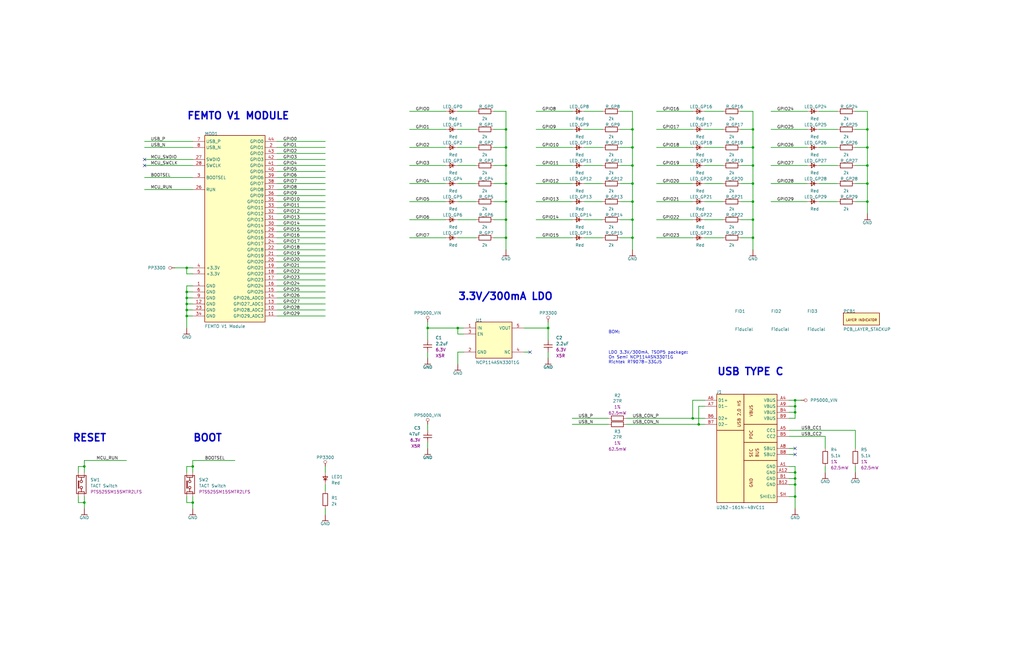
<source format=kicad_sch>
(kicad_sch (version 20211123) (generator eeschema)
  (paper "B")
  (title_block (title "Femto Tester Board"))
  (lib_symbols
    (symbol "Femto_tester_v1-altium-import:0_CON_USB_TYPE_C_16P"
      (property "Value" "0_CON_USB_TYPE_C_16P" (at 0 0 0))
      (symbol "0_CON_USB_TYPE_C_16P_1_0"
        (text "BUS" (at 17.78 -26.67 900) (effects (font (size 1.27 1.27)) (justify left bottom)))
        (text "GND" (at 15.24 -39.37 900) (effects (font (size 1.27 1.27)) (justify left bottom)))
        (text "PDC" (at 15.24 -19.05 900) (effects (font (size 1.27 1.27)) (justify left bottom)))
        (text "SEC" (at 15.24 -26.67 900) (effects (font (size 1.27 1.27)) (justify left bottom)))
        (text "USB 2.0 HS" (at 10.16 -13.97 900) (effects (font (size 1.27 1.27)) (justify left bottom)))
        (text "VBUS" (at 15.24 -9.525 900) (effects (font (size 1.27 1.27)) (justify left bottom)))
        (pin passive line (at 30.48 -30.48 180) (length 5.08) (name "GND") (number "A1"))
        (pin passive line (at 30.48 -33.02 180) (length 5.08) (name "GND") (number "A12"))
        (pin passive line (at 30.48 -2.54 180) (length 5.08) (name "VBUS") (number "A4"))
        (pin passive line (at 30.48 -15.24 180) (length 5.08) (name "CC1") (number "A5"))
        (pin passive line (at -5.08 -2.54 0) (length 5.08) (name "D1+") (number "A6"))
        (pin passive line (at -5.08 -5.08 0) (length 5.08) (name "D1-") (number "A7"))
        (pin passive line (at 30.48 -22.86 180) (length 5.08) (name "SBU1") (number "A8"))
        (pin passive line (at 30.48 -5.08 180) (length 5.08) (name "VBUS") (number "A9"))
        (pin passive line (at 30.48 -35.56 180) (length 5.08) (name "GND") (number "B1"))
        (pin passive line (at 30.48 -38.1 180) (length 5.08) (name "GND") (number "B12"))
        (pin passive line (at 30.48 -7.62 180) (length 5.08) (name "VBUS") (number "B4"))
        (pin passive line (at 30.48 -17.78 180) (length 5.08) (name "CC2") (number "B5"))
        (pin passive line (at -5.08 -10.16 0) (length 5.08) (name "D2+") (number "B6"))
        (pin passive line (at -5.08 -12.7 0) (length 5.08) (name "D2-") (number "B7"))
        (pin passive line (at 30.48 -25.4 180) (length 5.08) (name "SBU2") (number "B8"))
        (pin passive line (at 30.48 -10.16 180) (length 5.08) (name "VBUS") (number "B9"))
        (pin passive line (at 30.48 -43.18 180) (length 5.08) (name "SHIELD") (number "SH"))
      )
    )
    (symbol "Femto_tester_v1-altium-import:0_ICC_ONS_NCP114_TSOP5"
      (property "Value" "0_ICC_ONS_NCP114_TSOP5" (at 0 0 0))
      (symbol "0_ICC_ONS_NCP114_TSOP5_1_0"
        (pin power_in line (at -5.08 -2.54 0) (length 5.08) (name "IN") (number "1"))
        (pin power_in line (at -5.08 -12.7 0) (length 5.08) (name "GND") (number "2"))
        (pin input line (at -5.08 -5.08 0) (length 5.08) (name "EN") (number "3"))
        (pin passive line (at 20.32 -12.7 180) (length 5.08) (name "NC") (number "4"))
        (pin power_in line (at 20.32 -2.54 180) (length 5.08) (name "VOUT") (number "5"))
      )
    )
    (symbol "Femto_tester_v1-altium-import:0_MOD_FEMTO_V1_LGA40"
      (property "Value" "0_MOD_FEMTO_V1_LGA40" (at 0 0 0))
      (symbol "0_MOD_FEMTO_V1_LGA40_1_0"
        (pin power_in line (at -5.08 -63.5 0) (length 5.08) (name "GND") (number "1"))
        (pin bidirectional line (at 30.48 -73.66 180) (length 5.08) (name "GPIO28_ADC2") (number "10"))
        (pin bidirectional line (at 30.48 -76.2 180) (length 5.08) (name "GPIO29_ADC3") (number "11"))
        (pin power_in line (at -5.08 -71.12 0) (length 5.08) (name "GND") (number "12"))
        (pin bidirectional line (at 30.48 -71.12 180) (length 5.08) (name "GPIO27_ADC1") (number "13"))
        (pin bidirectional line (at 30.48 -68.58 180) (length 5.08) (name "GPIO26_ADC0") (number "14"))
        (pin bidirectional line (at 30.48 -66.04 180) (length 5.08) (name "GPIO25") (number "15"))
        (pin bidirectional line (at 30.48 -63.5 180) (length 5.08) (name "GPIO24") (number "16"))
        (pin bidirectional line (at 30.48 -60.96 180) (length 5.08) (name "GPIO23") (number "17"))
        (pin bidirectional line (at 30.48 -58.42 180) (length 5.08) (name "GPIO22") (number "18"))
        (pin bidirectional line (at 30.48 -55.88 180) (length 5.08) (name "GPIO21") (number "19"))
        (pin bidirectional line (at 30.48 -5.08 180) (length 5.08) (name "GPIO1") (number "2"))
        (pin bidirectional line (at 30.48 -53.34 180) (length 5.08) (name "GPIO20") (number "20"))
        (pin bidirectional line (at 30.48 -50.8 180) (length 5.08) (name "GPIO19") (number "21"))
        (pin bidirectional line (at 30.48 -48.26 180) (length 5.08) (name "GPIO18") (number "22"))
        (pin power_in line (at -5.08 -73.66 0) (length 5.08) (name "GND") (number "23"))
        (pin bidirectional line (at 30.48 -45.72 180) (length 5.08) (name "GPIO17") (number "24"))
        (pin bidirectional line (at 30.48 -43.18 180) (length 5.08) (name "GPIO16") (number "25"))
        (pin input line (at -5.08 -22.86 0) (length 5.08) (name "RUN") (number "26"))
        (pin bidirectional line (at -5.08 -10.16 0) (length 5.08) (name "SWDIO") (number "27"))
        (pin input line (at -5.08 -12.7 0) (length 5.08) (name "SWCLK") (number "28"))
        (pin bidirectional line (at 30.48 -40.64 180) (length 5.08) (name "GPIO15") (number "29"))
        (pin input line (at -5.08 -17.78 0) (length 5.08) (name "BOOTSEL") (number "3"))
        (pin bidirectional line (at 30.48 -38.1 180) (length 5.08) (name "GPIO14") (number "30"))
        (pin bidirectional line (at 30.48 -35.56 180) (length 5.08) (name "GPIO13") (number "31"))
        (pin bidirectional line (at 30.48 -33.02 180) (length 5.08) (name "GPIO12") (number "32"))
        (pin bidirectional line (at 30.48 -30.48 180) (length 5.08) (name "GPIO11") (number "33"))
        (pin power_in line (at -5.08 -76.2 0) (length 5.08) (name "GND") (number "34"))
        (pin bidirectional line (at 30.48 -27.94 180) (length 5.08) (name "GPIO10") (number "35"))
        (pin bidirectional line (at 30.48 -25.4 180) (length 5.08) (name "GPIO9") (number "36"))
        (pin bidirectional line (at 30.48 -22.86 180) (length 5.08) (name "GPIO8") (number "37"))
        (pin bidirectional line (at 30.48 -20.32 180) (length 5.08) (name "GPIO7") (number "38"))
        (pin bidirectional line (at 30.48 -17.78 180) (length 5.08) (name "GPIO6") (number "39"))
        (pin power_in line (at -5.08 -55.88 0) (length 5.08) (name "+3.3V") (number "4"))
        (pin bidirectional line (at 30.48 -15.24 180) (length 5.08) (name "GPIO5") (number "40"))
        (pin bidirectional line (at 30.48 -12.7 180) (length 5.08) (name "GPIO4") (number "41"))
        (pin bidirectional line (at 30.48 -10.16 180) (length 5.08) (name "GPIO3") (number "42"))
        (pin bidirectional line (at 30.48 -7.62 180) (length 5.08) (name "GPIO2") (number "43"))
        (pin bidirectional line (at 30.48 -2.54 180) (length 5.08) (name "GPIO0") (number "44"))
        (pin power_in line (at -5.08 -58.42 0) (length 5.08) (name "+3.3V") (number "5"))
        (pin power_in line (at -5.08 -66.04 0) (length 5.08) (name "GND") (number "6"))
        (pin bidirectional line (at -5.08 -2.54 0) (length 5.08) (name "USB_P") (number "7"))
        (pin bidirectional line (at -5.08 -5.08 0) (length 5.08) (name "USB_N") (number "8"))
        (pin power_in line (at -5.08 -68.58 0) (length 5.08) (name "GND") (number "9"))
      )
    )
    (symbol "Femto_tester_v1-altium-import:0_PCB_FID_RND"
      (property "Value" "0_PCB_FID_RND" (at 0 0 0))
    )
    (symbol "Femto_tester_v1-altium-import:0_PCB_LAYER_STACKUP"
      (property "Value" "0_PCB_LAYER_STACKUP" (at 0 0 0))
      (symbol "0_PCB_LAYER_STACKUP_1_0"
        (text "LAYER INDICATOR" (at 1.016 -3.556 0) (effects (font (size 1.016 1.016)) (justify left bottom)))
      )
    )
    (symbol "Femto_tester_v1-altium-import:0_RES"
      (property "Value" "0_RES" (at 0 0 0))
      (symbol "0_RES_1_0"
        (pin passive line (at 0 0 0) (length 1.27) (name "1") (number "1"))
        (pin passive line (at 7.62 0 180) (length 1.27) (name "2") (number "2"))
      )
    )
    (symbol "Femto_tester_v1-altium-import:1_CAP"
      (property "Value" "1_CAP" (at 0 0 0))
      (symbol "1_CAP_1_0"
        (pin passive line (at 0 0 90) (length 1.27) (name "") (number "1"))
        (pin passive line (at 0 5.08 270) (length 1.27) (name "") (number "2"))
      )
    )
    (symbol "Femto_tester_v1-altium-import:1_DIO_LED_RED"
      (property "Value" "1_DIO_LED_RED" (at 0 0 0))
      (symbol "1_DIO_LED_RED_1_0"
        (pin passive line (at 0 0 90) (length 1.27) (name "1") (number "1"))
        (pin passive line (at 0 5.08 270) (length 1.27) (name "2") (number "2"))
      )
    )
    (symbol "Femto_tester_v1-altium-import:1_RES"
      (property "Value" "1_RES" (at 0 0 0))
      (symbol "1_RES_1_0"
        (pin passive line (at 0 0 90) (length 1.27) (name "1") (number "1"))
        (pin passive line (at 0 7.62 270) (length 1.27) (name "2") (number "2"))
      )
    )
    (symbol "Femto_tester_v1-altium-import:2_DIO_LED_RED"
      (property "Value" "2_DIO_LED_RED" (at 0 0 0))
      (symbol "2_DIO_LED_RED_1_0"
        (pin passive line (at 0 0 180) (length 1.27) (name "1") (number "1"))
        (pin passive line (at -5.08 0 0) (length 1.27) (name "2") (number "2"))
      )
    )
    (symbol "Femto_tester_v1-altium-import:2_RES"
      (property "Value" "2_RES" (at 0 0 0))
      (symbol "2_RES_1_0"
        (pin passive line (at 0 0 180) (length 1.27) (name "1") (number "1"))
        (pin passive line (at -7.62 0 0) (length 1.27) (name "2") (number "2"))
      )
    )
    (symbol "Femto_tester_v1-altium-import:3_mirrored_SWI_TACT_4P_AABB"
      (property "Value" "3_mirrored_SWI_TACT_4P_AABB" (at 0 0 0))
      (symbol "3_mirrored_SWI_TACT_4P_AABB_1_0"
        (pin passive line (at 0 0 270) (length 1.27) (name "1") (number "1"))
        (pin passive line (at 2.54 0 270) (length 1.27) (name "2") (number "2"))
        (pin passive line (at 0 -10.16 90) (length 1.27) (name "3") (number "3"))
        (pin passive line (at 2.54 -10.16 90) (length 1.27) (name "4") (number "4"))
      )
    )
    (symbol "Femto_tester_v1-altium-import:GND" (power)
      (property "Reference" "#PWR" (at 0 0 0))
      (property "Value" "GND" (at 0 3.81 0))
      (symbol "GND_0_0"
        (pin power_in line (at 0 0 0) (length 0) hide (name "GND") (number ""))
      )
    )
    (symbol "Femto_tester_v1-altium-import:PP3300" (power)
      (property "Reference" "#PWR" (at 0 0 0))
      (property "Value" "PP3300" (at 0 3.81 0))
      (symbol "PP3300_0_0"
        (pin power_in line (at 0 0 0) (length 0) hide (name "PP3300") (number ""))
      )
    )
    (symbol "Femto_tester_v1-altium-import:PP5000_VIN" (power)
      (property "Reference" "#PWR" (at 0 0 0))
      (property "Value" "PP5000_VIN" (at 0 3.81 0))
      (symbol "PP5000_VIN_0_0"
        (pin power_in line (at 0 0 0) (length 0) hide (name "PP5000_VIN") (number ""))
      )
    )
  )
  (junction (at 78.74 133.35))
  (junction (at 266.7 77.47))
  (junction (at 335.28 209.55))
  (junction (at 365.76 54.61))
  (junction (at 317.5 77.47))
  (junction (at 193.04 138.43))
  (junction (at 365.76 77.47))
  (junction (at 266.7 62.23))
  (junction (at 78.74 128.27))
  (junction (at 335.28 168.91))
  (junction (at 317.5 62.23))
  (junction (at 292.1 176.53))
  (junction (at 317.5 92.71))
  (junction (at 81.28 212.09))
  (junction (at 266.7 92.71))
  (junction (at 213.36 92.71))
  (junction (at 78.74 125.73))
  (junction (at 78.74 123.19))
  (junction (at 266.7 69.85))
  (junction (at 213.36 54.61))
  (junction (at 335.28 173.99))
  (junction (at 365.76 69.85))
  (junction (at 213.36 77.47))
  (junction (at 81.28 196.85))
  (junction (at 317.5 69.85))
  (junction (at 78.74 113.03))
  (junction (at 231.14 138.43))
  (junction (at 365.76 85.09))
  (junction (at 335.28 199.39))
  (junction (at 213.36 85.09))
  (junction (at 317.5 54.61))
  (junction (at 317.5 100.33))
  (junction (at 213.36 62.23))
  (junction (at 266.7 100.33))
  (junction (at 335.28 204.47))
  (junction (at 213.36 69.85))
  (junction (at 213.36 100.33))
  (junction (at 294.64 179.07))
  (junction (at 266.7 85.09))
  (junction (at 35.56 212.09))
  (junction (at 335.28 171.45))
  (junction (at 35.56 196.85))
  (junction (at 335.28 201.93))
  (junction (at 365.76 62.23))
  (junction (at 266.7 54.61))
  (junction (at 317.5 85.09))
  (junction (at 180.34 138.43))
  (junction (at 78.74 130.81))
  (no_connect (at 223.52 148.59))
  (no_connect (at 335.28 189.23))
  (no_connect (at 60.96 69.85))
  (no_connect (at 335.28 191.77))
  (no_connect (at 60.96 67.31))
  (wire (pts (xy 317.5 85.09) (xy 317.5 77.47)) (stroke (width 0.254)))
  (wire (pts (xy 60.96 67.31) (xy 81.28 67.31)) (stroke (width 0.254)))
  (wire (pts (xy 292.1 168.91) (xy 292.1 176.53)) (stroke (width 0.254)))
  (wire (pts (xy 292.1 46.99) (xy 276.86 46.99)) (stroke (width 0.254)))
  (wire (pts (xy 332.74 189.23) (xy 335.28 189.23)) (stroke (width 0.254)))
  (wire (pts (xy 78.74 128.27) (xy 78.74 130.81)) (stroke (width 0.254)))
  (wire (pts (xy 35.56 194.31) (xy 53.34 194.31)) (stroke (width 0.254)))
  (wire (pts (xy 208.28 46.99) (xy 213.36 46.99)) (stroke (width 0.254)))
  (wire (pts (xy 81.28 80.01) (xy 60.96 80.01)) (stroke (width 0.254)))
  (wire (pts (xy 200.66 85.09) (xy 193.04 85.09)) (stroke (width 0.254)))
  (wire (pts (xy 335.28 209.55) (xy 335.28 214.63)) (stroke (width 0.254)))
  (wire (pts (xy 208.28 92.71) (xy 213.36 92.71)) (stroke (width 0.254)))
  (wire (pts (xy 292.1 62.23) (xy 276.86 62.23)) (stroke (width 0.254)))
  (wire (pts (xy 81.28 212.09) (xy 78.74 212.09)) (stroke (width 0.254)))
  (wire (pts (xy 312.42 69.85) (xy 317.5 69.85)) (stroke (width 0.254)))
  (wire (pts (xy 353.06 54.61) (xy 345.44 54.61)) (stroke (width 0.254)))
  (wire (pts (xy 213.36 69.85) (xy 213.36 77.47)) (stroke (width 0.254)))
  (wire (pts (xy 241.3 77.47) (xy 226.06 77.47)) (stroke (width 0.254)))
  (wire (pts (xy 347.98 199.39) (xy 347.98 196.85)) (stroke (width 0.254)))
  (wire (pts (xy 292.1 69.85) (xy 276.86 69.85)) (stroke (width 0.254)))
  (wire (pts (xy 78.74 113.03) (xy 81.28 113.03)) (stroke (width 0.254)))
  (wire (pts (xy 35.56 196.85) (xy 35.56 194.31)) (stroke (width 0.254)))
  (wire (pts (xy 81.28 199.39) (xy 81.28 196.85)) (stroke (width 0.254)))
  (wire (pts (xy 297.18 171.45) (xy 294.64 171.45)) (stroke (width 0.254)))
  (wire (pts (xy 137.16 62.23) (xy 116.84 62.23)) (stroke (width 0.254)))
  (wire (pts (xy 81.28 123.19) (xy 78.74 123.19)) (stroke (width 0.254)))
  (wire (pts (xy 365.76 69.85) (xy 365.76 62.23)) (stroke (width 0.254)))
  (wire (pts (xy 266.7 46.99) (xy 266.7 54.61)) (stroke (width 0.254)))
  (wire (pts (xy 187.96 100.33) (xy 172.72 100.33)) (stroke (width 0.254)))
  (wire (pts (xy 335.28 196.85) (xy 335.28 199.39)) (stroke (width 0.254)))
  (wire (pts (xy 304.8 69.85) (xy 297.18 69.85)) (stroke (width 0.254)))
  (wire (pts (xy 297.18 168.91) (xy 292.1 168.91)) (stroke (width 0.254)))
  (wire (pts (xy 220.98 148.59) (xy 223.52 148.59)) (stroke (width 0.254)))
  (wire (pts (xy 213.36 54.61) (xy 213.36 62.23)) (stroke (width 0.254)))
  (wire (pts (xy 81.28 209.55) (xy 81.28 212.09)) (stroke (width 0.254)))
  (wire (pts (xy 213.36 46.99) (xy 213.36 54.61)) (stroke (width 0.254)))
  (wire (pts (xy 33.02 212.09) (xy 33.02 209.55)) (stroke (width 0.254)))
  (wire (pts (xy 213.36 62.23) (xy 213.36 69.85)) (stroke (width 0.254)))
  (wire (pts (xy 304.8 46.99) (xy 297.18 46.99)) (stroke (width 0.254)))
  (wire (pts (xy 241.3 176.53) (xy 256.54 176.53)) (stroke (width 0.254)))
  (wire (pts (xy 360.68 199.39) (xy 360.68 196.85)) (stroke (width 0.254)))
  (wire (pts (xy 335.28 173.99) (xy 335.28 171.45)) (stroke (width 0.254)))
  (wire (pts (xy 332.74 176.53) (xy 335.28 176.53)) (stroke (width 0.254)))
  (wire (pts (xy 335.28 204.47) (xy 335.28 209.55)) (stroke (width 0.254)))
  (wire (pts (xy 78.74 123.19) (xy 78.74 125.73)) (stroke (width 0.254)))
  (wire (pts (xy 335.28 168.91) (xy 332.74 168.91)) (stroke (width 0.254)))
  (wire (pts (xy 353.06 46.99) (xy 345.44 46.99)) (stroke (width 0.254)))
  (wire (pts (xy 116.84 110.49) (xy 137.16 110.49)) (stroke (width 0.254)))
  (wire (pts (xy 81.28 133.35) (xy 78.74 133.35)) (stroke (width 0.254)))
  (wire (pts (xy 266.7 85.09) (xy 266.7 92.71)) (stroke (width 0.254)))
  (wire (pts (xy 332.74 199.39) (xy 335.28 199.39)) (stroke (width 0.254)))
  (wire (pts (xy 317.5 77.47) (xy 317.5 69.85)) (stroke (width 0.254)))
  (wire (pts (xy 200.66 92.71) (xy 193.04 92.71)) (stroke (width 0.254)))
  (wire (pts (xy 292.1 54.61) (xy 276.86 54.61)) (stroke (width 0.254)))
  (wire (pts (xy 312.42 85.09) (xy 317.5 85.09)) (stroke (width 0.254)))
  (wire (pts (xy 353.06 62.23) (xy 345.44 62.23)) (stroke (width 0.254)))
  (wire (pts (xy 317.5 54.61) (xy 317.5 46.99)) (stroke (width 0.254)))
  (wire (pts (xy 137.16 87.63) (xy 116.84 87.63)) (stroke (width 0.254)))
  (wire (pts (xy 317.5 46.99) (xy 312.42 46.99)) (stroke (width 0.254)))
  (wire (pts (xy 231.14 138.43) (xy 231.14 143.51)) (stroke (width 0.254)))
  (wire (pts (xy 312.42 100.33) (xy 317.5 100.33)) (stroke (width 0.254)))
  (wire (pts (xy 81.28 196.85) (xy 78.74 196.85)) (stroke (width 0.254)))
  (wire (pts (xy 360.68 62.23) (xy 365.76 62.23)) (stroke (width 0.254)))
  (wire (pts (xy 241.3 46.99) (xy 226.06 46.99)) (stroke (width 0.254)))
  (wire (pts (xy 60.96 62.23) (xy 81.28 62.23)) (stroke (width 0.254)))
  (wire (pts (xy 137.16 128.27) (xy 116.84 128.27)) (stroke (width 0.254)))
  (wire (pts (xy 187.96 62.23) (xy 172.72 62.23)) (stroke (width 0.254)))
  (wire (pts (xy 261.62 77.47) (xy 266.7 77.47)) (stroke (width 0.254)))
  (wire (pts (xy 337.82 168.91) (xy 335.28 168.91)) (stroke (width 0.254)))
  (wire (pts (xy 137.16 123.19) (xy 116.84 123.19)) (stroke (width 0.254)))
  (wire (pts (xy 304.8 100.33) (xy 297.18 100.33)) (stroke (width 0.254)))
  (wire (pts (xy 335.28 176.53) (xy 335.28 173.99)) (stroke (width 0.254)))
  (wire (pts (xy 78.74 120.65) (xy 78.74 123.19)) (stroke (width 0.254)))
  (wire (pts (xy 335.28 168.91) (xy 335.28 171.45)) (stroke (width 0.254)))
  (wire (pts (xy 353.06 85.09) (xy 345.44 85.09)) (stroke (width 0.254)))
  (wire (pts (xy 137.16 120.65) (xy 116.84 120.65)) (stroke (width 0.254)))
  (wire (pts (xy 208.28 54.61) (xy 213.36 54.61)) (stroke (width 0.254)))
  (wire (pts (xy 81.28 196.85) (xy 81.28 194.31)) (stroke (width 0.254)))
  (wire (pts (xy 332.74 204.47) (xy 335.28 204.47)) (stroke (width 0.254)))
  (wire (pts (xy 187.96 92.71) (xy 172.72 92.71)) (stroke (width 0.254)))
  (wire (pts (xy 137.16 130.81) (xy 116.84 130.81)) (stroke (width 0.254)))
  (wire (pts (xy 254 62.23) (xy 246.38 62.23)) (stroke (width 0.254)))
  (wire (pts (xy 137.16 102.87) (xy 116.84 102.87)) (stroke (width 0.254)))
  (wire (pts (xy 180.34 138.43) (xy 180.34 135.89)) (stroke (width 0.254)))
  (wire (pts (xy 208.28 85.09) (xy 213.36 85.09)) (stroke (width 0.254)))
  (wire (pts (xy 266.7 77.47) (xy 266.7 85.09)) (stroke (width 0.254)))
  (wire (pts (xy 137.16 64.77) (xy 116.84 64.77)) (stroke (width 0.254)))
  (wire (pts (xy 187.96 69.85) (xy 172.72 69.85)) (stroke (width 0.254)))
  (wire (pts (xy 360.68 54.61) (xy 365.76 54.61)) (stroke (width 0.254)))
  (wire (pts (xy 312.42 62.23) (xy 317.5 62.23)) (stroke (width 0.254)))
  (wire (pts (xy 78.74 125.73) (xy 78.74 128.27)) (stroke (width 0.254)))
  (wire (pts (xy 254 46.99) (xy 246.38 46.99)) (stroke (width 0.254)))
  (wire (pts (xy 60.96 69.85) (xy 81.28 69.85)) (stroke (width 0.254)))
  (wire (pts (xy 340.36 54.61) (xy 325.12 54.61)) (stroke (width 0.254)))
  (wire (pts (xy 193.04 138.43) (xy 195.58 138.43)) (stroke (width 0.254)))
  (wire (pts (xy 261.62 62.23) (xy 266.7 62.23)) (stroke (width 0.254)))
  (wire (pts (xy 81.28 120.65) (xy 78.74 120.65)) (stroke (width 0.254)))
  (wire (pts (xy 266.7 54.61) (xy 266.7 62.23)) (stroke (width 0.254)))
  (wire (pts (xy 208.28 69.85) (xy 213.36 69.85)) (stroke (width 0.254)))
  (wire (pts (xy 78.74 113.03) (xy 73.66 113.03)) (stroke (width 0.254)))
  (wire (pts (xy 81.28 130.81) (xy 78.74 130.81)) (stroke (width 0.254)))
  (wire (pts (xy 208.28 62.23) (xy 213.36 62.23)) (stroke (width 0.254)))
  (wire (pts (xy 292.1 92.71) (xy 276.86 92.71)) (stroke (width 0.254)))
  (wire (pts (xy 213.36 100.33) (xy 213.36 105.41)) (stroke (width 0.254)))
  (wire (pts (xy 365.76 54.61) (xy 365.76 46.99)) (stroke (width 0.254)))
  (wire (pts (xy 340.36 77.47) (xy 325.12 77.47)) (stroke (width 0.254)))
  (wire (pts (xy 137.16 115.57) (xy 116.84 115.57)) (stroke (width 0.254)))
  (wire (pts (xy 353.06 77.47) (xy 345.44 77.47)) (stroke (width 0.254)))
  (wire (pts (xy 116.84 82.55) (xy 137.16 82.55)) (stroke (width 0.254)))
  (wire (pts (xy 137.16 90.17) (xy 116.84 90.17)) (stroke (width 0.254)))
  (wire (pts (xy 213.36 85.09) (xy 213.36 92.71)) (stroke (width 0.254)))
  (wire (pts (xy 332.74 209.55) (xy 335.28 209.55)) (stroke (width 0.254)))
  (wire (pts (xy 78.74 115.57) (xy 78.74 113.03)) (stroke (width 0.254)))
  (wire (pts (xy 78.74 196.85) (xy 78.74 199.39)) (stroke (width 0.254)))
  (wire (pts (xy 241.3 85.09) (xy 226.06 85.09)) (stroke (width 0.254)))
  (wire (pts (xy 353.06 69.85) (xy 345.44 69.85)) (stroke (width 0.254)))
  (wire (pts (xy 81.28 194.31) (xy 99.06 194.31)) (stroke (width 0.254)))
  (wire (pts (xy 294.64 171.45) (xy 294.64 179.07)) (stroke (width 0.254)))
  (wire (pts (xy 193.04 148.59) (xy 193.04 153.67)) (stroke (width 0.254)))
  (wire (pts (xy 266.7 92.71) (xy 266.7 100.33)) (stroke (width 0.254)))
  (wire (pts (xy 261.62 46.99) (xy 266.7 46.99)) (stroke (width 0.254)))
  (wire (pts (xy 304.8 54.61) (xy 297.18 54.61)) (stroke (width 0.254)))
  (wire (pts (xy 137.16 59.69) (xy 116.84 59.69)) (stroke (width 0.254)))
  (wire (pts (xy 365.76 77.47) (xy 365.76 69.85)) (stroke (width 0.254)))
  (wire (pts (xy 193.04 138.43) (xy 180.34 138.43)) (stroke (width 0.254)))
  (wire (pts (xy 261.62 69.85) (xy 266.7 69.85)) (stroke (width 0.254)))
  (wire (pts (xy 60.96 59.69) (xy 81.28 59.69)) (stroke (width 0.254)))
  (wire (pts (xy 292.1 176.53) (xy 297.18 176.53)) (stroke (width 0.254)))
  (wire (pts (xy 35.56 212.09) (xy 35.56 214.63)) (stroke (width 0.254)))
  (wire (pts (xy 317.5 62.23) (xy 317.5 54.61)) (stroke (width 0.254)))
  (wire (pts (xy 254 77.47) (xy 246.38 77.47)) (stroke (width 0.254)))
  (wire (pts (xy 335.28 199.39) (xy 335.28 201.93)) (stroke (width 0.254)))
  (wire (pts (xy 33.02 196.85) (xy 33.02 199.39)) (stroke (width 0.254)))
  (wire (pts (xy 292.1 77.47) (xy 276.86 77.47)) (stroke (width 0.254)))
  (wire (pts (xy 241.3 54.61) (xy 226.06 54.61)) (stroke (width 0.254)))
  (wire (pts (xy 254 85.09) (xy 246.38 85.09)) (stroke (width 0.254)))
  (wire (pts (xy 317.5 92.71) (xy 317.5 85.09)) (stroke (width 0.254)))
  (wire (pts (xy 208.28 100.33) (xy 213.36 100.33)) (stroke (width 0.254)))
  (wire (pts (xy 35.56 196.85) (xy 33.02 196.85)) (stroke (width 0.254)))
  (wire (pts (xy 137.16 133.35) (xy 116.84 133.35)) (stroke (width 0.254)))
  (wire (pts (xy 304.8 62.23) (xy 297.18 62.23)) (stroke (width 0.254)))
  (wire (pts (xy 116.84 80.01) (xy 137.16 80.01)) (stroke (width 0.254)))
  (wire (pts (xy 213.36 92.71) (xy 213.36 100.33)) (stroke (width 0.254)))
  (wire (pts (xy 200.66 69.85) (xy 193.04 69.85)) (stroke (width 0.254)))
  (wire (pts (xy 261.62 92.71) (xy 266.7 92.71)) (stroke (width 0.254)))
  (wire (pts (xy 137.16 77.47) (xy 116.84 77.47)) (stroke (width 0.254)))
  (wire (pts (xy 261.62 85.09) (xy 266.7 85.09)) (stroke (width 0.254)))
  (wire (pts (xy 332.74 184.15) (xy 347.98 184.15)) (stroke (width 0.254)))
  (wire (pts (xy 137.16 92.71) (xy 116.84 92.71)) (stroke (width 0.254)))
  (wire (pts (xy 254 92.71) (xy 246.38 92.71)) (stroke (width 0.254)))
  (wire (pts (xy 304.8 92.71) (xy 297.18 92.71)) (stroke (width 0.254)))
  (wire (pts (xy 35.56 212.09) (xy 33.02 212.09)) (stroke (width 0.254)))
  (wire (pts (xy 78.74 212.09) (xy 78.74 209.55)) (stroke (width 0.254)))
  (wire (pts (xy 35.56 209.55) (xy 35.56 212.09)) (stroke (width 0.254)))
  (wire (pts (xy 317.5 69.85) (xy 317.5 62.23)) (stroke (width 0.254)))
  (wire (pts (xy 231.14 148.59) (xy 231.14 151.13)) (stroke (width 0.254)))
  (wire (pts (xy 180.34 143.51) (xy 180.34 138.43)) (stroke (width 0.254)))
  (wire (pts (xy 365.76 46.99) (xy 360.68 46.99)) (stroke (width 0.254)))
  (wire (pts (xy 317.5 100.33) (xy 317.5 92.71)) (stroke (width 0.254)))
  (wire (pts (xy 304.8 77.47) (xy 297.18 77.47)) (stroke (width 0.254)))
  (wire (pts (xy 137.16 74.93) (xy 116.84 74.93)) (stroke (width 0.254)))
  (wire (pts (xy 137.16 118.11) (xy 116.84 118.11)) (stroke (width 0.254)))
  (wire (pts (xy 304.8 85.09) (xy 297.18 85.09)) (stroke (width 0.254)))
  (wire (pts (xy 180.34 186.69) (xy 180.34 189.23)) (stroke (width 0.254)))
  (wire (pts (xy 365.76 62.23) (xy 365.76 54.61)) (stroke (width 0.254)))
  (wire (pts (xy 195.58 140.97) (xy 193.04 140.97)) (stroke (width 0.254)))
  (wire (pts (xy 213.36 77.47) (xy 213.36 85.09)) (stroke (width 0.254)))
  (wire (pts (xy 137.16 85.09) (xy 116.84 85.09)) (stroke (width 0.254)))
  (wire (pts (xy 312.42 92.71) (xy 317.5 92.71)) (stroke (width 0.254)))
  (wire (pts (xy 312.42 54.61) (xy 317.5 54.61)) (stroke (width 0.254)))
  (wire (pts (xy 332.74 201.93) (xy 335.28 201.93)) (stroke (width 0.254)))
  (wire (pts (xy 340.36 69.85) (xy 325.12 69.85)) (stroke (width 0.254)))
  (wire (pts (xy 241.3 100.33) (xy 226.06 100.33)) (stroke (width 0.254)))
  (wire (pts (xy 360.68 181.61) (xy 360.68 189.23)) (stroke (width 0.254)))
  (wire (pts (xy 292.1 100.33) (xy 276.86 100.33)) (stroke (width 0.254)))
  (wire (pts (xy 254 54.61) (xy 246.38 54.61)) (stroke (width 0.254)))
  (wire (pts (xy 137.16 125.73) (xy 116.84 125.73)) (stroke (width 0.254)))
  (wire (pts (xy 335.28 201.93) (xy 335.28 204.47)) (stroke (width 0.254)))
  (wire (pts (xy 137.16 67.31) (xy 116.84 67.31)) (stroke (width 0.254)))
  (wire (pts (xy 332.74 191.77) (xy 335.28 191.77)) (stroke (width 0.254)))
  (wire (pts (xy 347.98 184.15) (xy 347.98 189.23)) (stroke (width 0.254)))
  (wire (pts (xy 187.96 54.61) (xy 172.72 54.61)) (stroke (width 0.254)))
  (wire (pts (xy 81.28 128.27) (xy 78.74 128.27)) (stroke (width 0.254)))
  (wire (pts (xy 137.16 95.25) (xy 116.84 95.25)) (stroke (width 0.254)))
  (wire (pts (xy 81.28 115.57) (xy 78.74 115.57)) (stroke (width 0.254)))
  (wire (pts (xy 266.7 62.23) (xy 266.7 69.85)) (stroke (width 0.254)))
  (wire (pts (xy 81.28 74.93) (xy 60.96 74.93)) (stroke (width 0.254)))
  (wire (pts (xy 220.98 138.43) (xy 231.14 138.43)) (stroke (width 0.254)))
  (wire (pts (xy 266.7 69.85) (xy 266.7 77.47)) (stroke (width 0.254)))
  (wire (pts (xy 292.1 85.09) (xy 276.86 85.09)) (stroke (width 0.254)))
  (wire (pts (xy 332.74 196.85) (xy 335.28 196.85)) (stroke (width 0.254)))
  (wire (pts (xy 365.76 90.17) (xy 365.76 85.09)) (stroke (width 0.254)))
  (wire (pts (xy 231.14 138.43) (xy 231.14 135.89)) (stroke (width 0.254)))
  (wire (pts (xy 340.36 62.23) (xy 325.12 62.23)) (stroke (width 0.254)))
  (wire (pts (xy 360.68 85.09) (xy 365.76 85.09)) (stroke (width 0.254)))
  (wire (pts (xy 266.7 100.33) (xy 266.7 105.41)) (stroke (width 0.254)))
  (wire (pts (xy 254 69.85) (xy 246.38 69.85)) (stroke (width 0.254)))
  (wire (pts (xy 187.96 46.99) (xy 172.72 46.99)) (stroke (width 0.254)))
  (wire (pts (xy 200.66 46.99) (xy 193.04 46.99)) (stroke (width 0.254)))
  (wire (pts (xy 241.3 62.23) (xy 226.06 62.23)) (stroke (width 0.254)))
  (wire (pts (xy 200.66 54.61) (xy 193.04 54.61)) (stroke (width 0.254)))
  (wire (pts (xy 264.16 179.07) (xy 294.64 179.07)) (stroke (width 0.254)))
  (wire (pts (xy 264.16 176.53) (xy 292.1 176.53)) (stroke (width 0.254)))
  (wire (pts (xy 241.3 69.85) (xy 226.06 69.85)) (stroke (width 0.254)))
  (wire (pts (xy 254 100.33) (xy 246.38 100.33)) (stroke (width 0.254)))
  (wire (pts (xy 317.5 105.41) (xy 317.5 100.33)) (stroke (width 0.254)))
  (wire (pts (xy 294.64 179.07) (xy 297.18 179.07)) (stroke (width 0.254)))
  (wire (pts (xy 137.16 69.85) (xy 116.84 69.85)) (stroke (width 0.254)))
  (wire (pts (xy 335.28 171.45) (xy 332.74 171.45)) (stroke (width 0.254)))
  (wire (pts (xy 35.56 199.39) (xy 35.56 196.85)) (stroke (width 0.254)))
  (wire (pts (xy 137.16 207.01) (xy 137.16 204.47)) (stroke (width 0.254)))
  (wire (pts (xy 200.66 77.47) (xy 193.04 77.47)) (stroke (width 0.254)))
  (wire (pts (xy 116.84 113.03) (xy 137.16 113.03)) (stroke (width 0.254)))
  (wire (pts (xy 137.16 72.39) (xy 116.84 72.39)) (stroke (width 0.254)))
  (wire (pts (xy 261.62 54.61) (xy 266.7 54.61)) (stroke (width 0.254)))
  (wire (pts (xy 81.28 125.73) (xy 78.74 125.73)) (stroke (width 0.254)))
  (wire (pts (xy 137.16 107.95) (xy 116.84 107.95)) (stroke (width 0.254)))
  (wire (pts (xy 137.16 214.63) (xy 137.16 217.17)) (stroke (width 0.254)))
  (wire (pts (xy 208.28 77.47) (xy 213.36 77.47)) (stroke (width 0.254)))
  (wire (pts (xy 312.42 77.47) (xy 317.5 77.47)) (stroke (width 0.254)))
  (wire (pts (xy 200.66 62.23) (xy 193.04 62.23)) (stroke (width 0.254)))
  (wire (pts (xy 81.28 212.09) (xy 81.28 214.63)) (stroke (width 0.254)))
  (wire (pts (xy 241.3 92.71) (xy 226.06 92.71)) (stroke (width 0.254)))
  (wire (pts (xy 360.68 69.85) (xy 365.76 69.85)) (stroke (width 0.254)))
  (wire (pts (xy 360.68 77.47) (xy 365.76 77.47)) (stroke (width 0.254)))
  (wire (pts (xy 365.76 85.09) (xy 365.76 77.47)) (stroke (width 0.254)))
  (wire (pts (xy 180.34 148.59) (xy 180.34 151.13)) (stroke (width 0.254)))
  (wire (pts (xy 195.58 148.59) (xy 193.04 148.59)) (stroke (width 0.254)))
  (wire (pts (xy 332.74 173.99) (xy 335.28 173.99)) (stroke (width 0.254)))
  (wire (pts (xy 340.36 85.09) (xy 325.12 85.09)) (stroke (width 0.254)))
  (wire (pts (xy 200.66 100.33) (xy 193.04 100.33)) (stroke (width 0.254)))
  (wire (pts (xy 241.3 179.07) (xy 256.54 179.07)) (stroke (width 0.254)))
  (wire (pts (xy 332.74 181.61) (xy 360.68 181.61)) (stroke (width 0.254)))
  (wire (pts (xy 187.96 77.47) (xy 172.72 77.47)) (stroke (width 0.254)))
  (wire (pts (xy 137.16 199.39) (xy 137.16 196.85)) (stroke (width 0.254)))
  (wire (pts (xy 340.36 46.99) (xy 325.12 46.99)) (stroke (width 0.254)))
  (wire (pts (xy 261.62 100.33) (xy 266.7 100.33)) (stroke (width 0.254)))
  (wire (pts (xy 187.96 85.09) (xy 172.72 85.09)) (stroke (width 0.254)))
  (wire (pts (xy 137.16 105.41) (xy 116.84 105.41)) (stroke (width 0.254)))
  (wire (pts (xy 193.04 140.97) (xy 193.04 138.43)) (stroke (width 0.254)))
  (wire (pts (xy 137.16 100.33) (xy 116.84 100.33)) (stroke (width 0.254)))
  (wire (pts (xy 78.74 133.35) (xy 78.74 138.43)) (stroke (width 0.254)))
  (wire (pts (xy 137.16 97.79) (xy 116.84 97.79)) (stroke (width 0.254)))
  (wire (pts (xy 180.34 179.07) (xy 180.34 181.61)) (stroke (width 0.254)))
  (wire (pts (xy 78.74 130.81) (xy 78.74 133.35)) (stroke (width 0.254)))
  (text "BOM:" (at 256.54 140.97 180) (effects (font (size 1.27 1.27)) (justify left bottom)))
  (text "USB TYPE C" (at 302.26 158.75 180) (effects (font (size 3.048 3.048) bold) (justify left bottom)))
  (text "BOOT" (at 81.28 186.69 180) (effects (font (size 3.048 3.048) bold) (justify left bottom)))
  (text "3.3V/300mA LDO" (at 193.04 127 180) (effects (font (size 3.048 3.048) bold) (justify left bottom)))
  (text "FEMTO V1 MODULE" (at 78.74 50.8 180) (effects (font (size 3.048 3.048) bold) (justify left bottom)))
  (text "RESET" (at 30.48 186.69 180) (effects (font (size 3.048 3.048) bold) (justify left bottom)))
  (text "LDO 3.3V/300mA, TSOP5 package: \nOn Semi NCP114ASN330T1G \nRichtek RT9078-33GJ5" (at 256.54 153.67 0) (effects (font (size 1.27 1.27)) (justify left bottom)))
  (label "GPIO9" (at 228.6 54.61 0))
  (label "GPIO23" (at 119.38 118.11 0))
  (label "GPIO11" (at 119.38 87.63 0))
  (label "GPIO13" (at 228.6 85.09 0))
  (label "GPIO29" (at 119.38 133.35 0))
  (label "GPIO2" (at 119.38 64.77 0))
  (label "GPIO23" (at 279.4 100.33 0))
  (label "GPIO21" (at 279.4 85.09 0))
  (label "GPIO25" (at 327.66 54.61 0))
  (label "GPIO27" (at 119.38 128.27 0))
  (label "GPIO16" (at 279.4 46.99 0))
  (label "GPIO9" (at 119.38 82.55 0))
  (label "GPIO6" (at 119.38 74.93 0))
  (label "GPIO4" (at 119.38 69.85 0))
  (label "GPIO20" (at 119.38 110.49 0))
  (label "GPIO12" (at 228.6 77.47 0))
  (label "GPIO24" (at 119.38 120.65 0))
  (label "GPIO20" (at 279.4 77.47 0))
  (label "GPIO5" (at 175.26 85.09 0))
  (label "MCU_RUN" (at 63.5 80.01 0))
  (label "GPIO7" (at 175.26 100.33 0))
  (label "GPIO3" (at 175.26 69.85 0))
  (label "GPIO19" (at 119.38 107.95 0))
  (label "GPIO15" (at 119.38 97.79 0))
  (label "GPIO28" (at 327.66 77.47 0))
  (label "GPIO1" (at 175.26 54.61 0))
  (label "GPIO0" (at 175.26 46.99 0))
  (label "GPIO6" (at 175.26 92.71 0))
  (label "USB_P" (at 243.84 176.53 0))
  (label "GPIO8" (at 119.38 80.01 0))
  (label "GPIO8" (at 228.6 46.99 0))
  (label "USB_CC2" (at 337.82 184.15 0))
  (label "GPIO2" (at 175.26 62.23 0))
  (label "GPIO10" (at 119.38 85.09 0))
  (label "GPIO17" (at 119.38 102.87 0))
  (label "BOOTSEL" (at 86.36 194.31 0))
  (label "GPIO18" (at 279.4 62.23 0))
  (label "GPIO27" (at 327.66 69.85 0))
  (label "GPIO1" (at 119.38 62.23 0))
  (label "GPIO26" (at 327.66 62.23 0))
  (label "GPIO29" (at 327.66 85.09 0))
  (label "USB_N" (at 63.5 62.23 0))
  (label "GPIO12" (at 119.38 90.17 0))
  (label "GPIO0" (at 119.38 59.69 0))
  (label "GPIO5" (at 119.38 72.39 0))
  (label "USB_N" (at 243.84 179.07 0))
  (label "GPIO17" (at 279.4 54.61 0))
  (label "USB_CC1" (at 337.82 181.61 0))
  (label "GPIO11" (at 228.6 69.85 0))
  (label "GPIO28" (at 119.38 130.81 0))
  (label "GPIO25" (at 119.38 123.19 0))
  (label "GPIO18" (at 119.38 105.41 0))
  (label "GPIO13" (at 119.38 92.71 0))
  (label "USB_P" (at 63.5 59.69 0))
  (label "MCU_RUN" (at 40.64 194.31 0))
  (label "MCU_SWDIO" (at 63.5 67.31 0))
  (label "MCU_SWCLK" (at 63.5 69.85 0))
  (label "GPIO14" (at 119.38 95.25 0))
  (label "GPIO4" (at 175.26 77.47 0))
  (label "GPIO14" (at 228.6 92.71 0))
  (label "GPIO26" (at 119.38 125.73 0))
  (label "GPIO21" (at 119.38 113.03 0))
  (label "GPIO24" (at 327.66 46.99 0))
  (label "GPIO3" (at 119.38 67.31 0))
  (label "GPIO10" (at 228.6 62.23 0))
  (label "GPIO7" (at 119.38 77.47 0))
  (label "GPIO22" (at 279.4 92.71 0))
  (label "GPIO22" (at 119.38 115.57 0))
  (label "GPIO16" (at 119.38 100.33 0))
  (label "USB_CON_N" (at 266.7 179.07 0))
  (label "GPIO19" (at 279.4 69.85 0))
  (label "BOOTSEL" (at 63.5 74.93 0))
  (label "GPIO15" (at 228.6 100.33 0))
  (label "USB_CON_P" (at 266.7 176.53 0))
  (symbol (lib_id "Femto_tester_v1-altium-import:0_ICC_ONS_NCP114_TSOP5") (at 200.66 135.89 0) (unit 1)
    (property "Reference" "U1" (at 200.66 135.89 0) (effects (justify left bottom)))
    (property "Value" "NCP114ASN330T1G" (at 200.66 153.67 0) (effects (justify left bottom)))
    (property "Footprint" "E:_Biblioteki_MirFol_nowe_SH_lib.PcbLib_ICC_TSOT-5_290X160H110_P95" (effects hide))
    (property "MPN" "NCP114ASN330T1G" (effects hide))
    (property "SUPPLIER 1" "LCSC" (effects hide))
    (property "SUPPLIER 2" "Farnell" (effects hide))
    (property "SUPPLIER 3" "Mouser" (effects hide))
    (property "SUPPLIER PART NUMBER 1" "C457666" (effects hide))
    (property "SUPPLIER PART NUMBER 2" "2677151" (effects hide))
    (property "SUPPLIER PART NUMBER 3" "863-NCP114ASN330T1G" (effects hide))
    (property "ALTIUM_VALUE" "NCP114ASN330T1G" (effects hide))
  )
  (symbol (lib_id "Femto_tester_v1-altium-import:PP5000_VIN") (at 180.34 179.07 180) (unit 1)
    (property "Reference" "#PWR0107" (effects hide))
    (property "Value" "PP5000_VIN" (at 180.34 175.26 0))
  )
  (symbol (lib_id "Femto_tester_v1-altium-import:2_RES") (at 261.62 77.47 0) (unit 1)
    (property "Reference" "R_GP12" (at 255.27 76.2 0) (effects (justify left bottom)))
    (property "Value" "2k" (at 256.54 81.28 0) (effects (justify left bottom)))
    (property "Footprint" "MirFol_db_local.DbLib:RES_0402_R" (effects hide))
    (property "ID" "RES-0058" (effects hide))
    (property "COMPONENT TYPE" "Resistor" (effects hide))
    (property "COMPONENT SUBTYPE" "Thick Film" (effects hide))
    (property "ALTIUM_VALUE" "2k" (effects hide))
    (property "MANUFACTURER" "Yageo Corporation" (effects hide))
    (property "MPN" "RC0402FR-072KP" (effects hide))
    (property "MOUNTING TYPE" "SMD" (effects hide))
    (property "PACKAGE (CASE)" "0402 (1005)" (effects hide))
    (property "COMPONENT BODY" "1.00 x 0.50mm" (effects hide))
    (property "COMPONENT HEIGHT" "TBD" (effects hide))
    (property "PACKAGING TYPE" "TBD" (effects hide))
    (property "ROHS STATUS" "TBD" (effects hide))
    (property "OPERATING TEMPERATURE" "TBD" (effects hide))
    (property "RESISTANCE" "2k" (effects hide))
    (property "TOLERANCE" "1%" (effects hide))
    (property "POWER RATING" "62.5mW" (effects hide))
    (property "TCR" "TBD" (effects hide))
    (property "VOLTAGE RATING" "50V" (effects hide))
    (property "FEATURES" "TBD" (effects hide))
    (property "SUPPLIER 1" "LCSC" (effects hide))
    (property "SUPPLIER 2" "Farnell" (effects hide))
    (property "SUPPLIER PART NUMBER 1" "C60488" (effects hide))
    (property "SUPPLIER PART NUMBER 2" "1458757" (effects hide))
    (property "SUPPLIER 3" "Mouser" (effects hide))
    (property "SUPPLIER PART NUMBER 3" "603-RC0402FR-072KL" (effects hide))
  )
  (symbol (lib_id "Femto_tester_v1-altium-import:2_RES") (at 312.42 46.99 0) (unit 1)
    (property "Reference" "R_GP16" (at 306.07 45.72 0) (effects (justify left bottom)))
    (property "Value" "2k" (at 307.34 50.8 0) (effects (justify left bottom)))
    (property "Footprint" "MirFol_db_local.DbLib:RES_0402_R" (effects hide))
    (property "ID" "RES-0058" (effects hide))
    (property "COMPONENT TYPE" "Resistor" (effects hide))
    (property "COMPONENT SUBTYPE" "Thick Film" (effects hide))
    (property "ALTIUM_VALUE" "2k" (effects hide))
    (property "MANUFACTURER" "Yageo Corporation" (effects hide))
    (property "MPN" "RC0402FR-072KP" (effects hide))
    (property "MOUNTING TYPE" "SMD" (effects hide))
    (property "PACKAGE (CASE)" "0402 (1005)" (effects hide))
    (property "COMPONENT BODY" "1.00 x 0.50mm" (effects hide))
    (property "COMPONENT HEIGHT" "TBD" (effects hide))
    (property "PACKAGING TYPE" "TBD" (effects hide))
    (property "ROHS STATUS" "TBD" (effects hide))
    (property "OPERATING TEMPERATURE" "TBD" (effects hide))
    (property "RESISTANCE" "2k" (effects hide))
    (property "TOLERANCE" "1%" (effects hide))
    (property "POWER RATING" "62.5mW" (effects hide))
    (property "TCR" "TBD" (effects hide))
    (property "VOLTAGE RATING" "50V" (effects hide))
    (property "FEATURES" "TBD" (effects hide))
    (property "SUPPLIER 1" "LCSC" (effects hide))
    (property "SUPPLIER 2" "Farnell" (effects hide))
    (property "SUPPLIER PART NUMBER 1" "C60488" (effects hide))
    (property "SUPPLIER PART NUMBER 2" "1458757" (effects hide))
    (property "SUPPLIER 3" "Mouser" (effects hide))
    (property "SUPPLIER PART NUMBER 3" "603-RC0402FR-072KL" (effects hide))
  )
  (symbol (lib_id "Femto_tester_v1-altium-import:2_RES") (at 312.42 100.33 0) (unit 1)
    (property "Reference" "R_GP23" (at 306.07 99.06 0) (effects (justify left bottom)))
    (property "Value" "2k" (at 307.34 104.14 0) (effects (justify left bottom)))
    (property "Footprint" "MirFol_db_local.DbLib:RES_0402_R" (effects hide))
    (property "ID" "RES-0058" (effects hide))
    (property "COMPONENT TYPE" "Resistor" (effects hide))
    (property "COMPONENT SUBTYPE" "Thick Film" (effects hide))
    (property "ALTIUM_VALUE" "2k" (effects hide))
    (property "MANUFACTURER" "Yageo Corporation" (effects hide))
    (property "MPN" "RC0402FR-072KP" (effects hide))
    (property "MOUNTING TYPE" "SMD" (effects hide))
    (property "PACKAGE (CASE)" "0402 (1005)" (effects hide))
    (property "COMPONENT BODY" "1.00 x 0.50mm" (effects hide))
    (property "COMPONENT HEIGHT" "TBD" (effects hide))
    (property "PACKAGING TYPE" "TBD" (effects hide))
    (property "ROHS STATUS" "TBD" (effects hide))
    (property "OPERATING TEMPERATURE" "TBD" (effects hide))
    (property "RESISTANCE" "2k" (effects hide))
    (property "TOLERANCE" "1%" (effects hide))
    (property "POWER RATING" "62.5mW" (effects hide))
    (property "TCR" "TBD" (effects hide))
    (property "VOLTAGE RATING" "50V" (effects hide))
    (property "FEATURES" "TBD" (effects hide))
    (property "SUPPLIER 1" "LCSC" (effects hide))
    (property "SUPPLIER 2" "Farnell" (effects hide))
    (property "SUPPLIER PART NUMBER 1" "C60488" (effects hide))
    (property "SUPPLIER PART NUMBER 2" "1458757" (effects hide))
    (property "SUPPLIER 3" "Mouser" (effects hide))
    (property "SUPPLIER PART NUMBER 3" "603-RC0402FR-072KL" (effects hide))
  )
  (symbol (lib_id "Femto_tester_v1-altium-import:GND") (at 347.98 199.39 0) (unit 1)
    (property "Reference" "#PWR0113" (effects hide))
    (property "Value" "GND" (at 347.98 203.2 0))
  )
  (symbol (lib_id "Femto_tester_v1-altium-import:2_RES") (at 261.62 100.33 0) (unit 1)
    (property "Reference" "R_GP15" (at 255.27 99.06 0) (effects (justify left bottom)))
    (property "Value" "2k" (at 256.54 104.14 0) (effects (justify left bottom)))
    (property "Footprint" "MirFol_db_local.DbLib:RES_0402_R" (effects hide))
    (property "ID" "RES-0058" (effects hide))
    (property "COMPONENT TYPE" "Resistor" (effects hide))
    (property "COMPONENT SUBTYPE" "Thick Film" (effects hide))
    (property "ALTIUM_VALUE" "2k" (effects hide))
    (property "MANUFACTURER" "Yageo Corporation" (effects hide))
    (property "MPN" "RC0402FR-072KP" (effects hide))
    (property "MOUNTING TYPE" "SMD" (effects hide))
    (property "PACKAGE (CASE)" "0402 (1005)" (effects hide))
    (property "COMPONENT BODY" "1.00 x 0.50mm" (effects hide))
    (property "COMPONENT HEIGHT" "TBD" (effects hide))
    (property "PACKAGING TYPE" "TBD" (effects hide))
    (property "ROHS STATUS" "TBD" (effects hide))
    (property "OPERATING TEMPERATURE" "TBD" (effects hide))
    (property "RESISTANCE" "2k" (effects hide))
    (property "TOLERANCE" "1%" (effects hide))
    (property "POWER RATING" "62.5mW" (effects hide))
    (property "TCR" "TBD" (effects hide))
    (property "VOLTAGE RATING" "50V" (effects hide))
    (property "FEATURES" "TBD" (effects hide))
    (property "SUPPLIER 1" "LCSC" (effects hide))
    (property "SUPPLIER 2" "Farnell" (effects hide))
    (property "SUPPLIER PART NUMBER 1" "C60488" (effects hide))
    (property "SUPPLIER PART NUMBER 2" "1458757" (effects hide))
    (property "SUPPLIER 3" "Mouser" (effects hide))
    (property "SUPPLIER PART NUMBER 3" "603-RC0402FR-072KL" (effects hide))
  )
  (symbol (lib_id "Femto_tester_v1-altium-import:2_RES") (at 261.62 92.71 0) (unit 1)
    (property "Reference" "R_GP14" (at 255.27 91.44 0) (effects (justify left bottom)))
    (property "Value" "2k" (at 256.54 96.52 0) (effects (justify left bottom)))
    (property "Footprint" "MirFol_db_local.DbLib:RES_0402_R" (effects hide))
    (property "ID" "RES-0058" (effects hide))
    (property "COMPONENT TYPE" "Resistor" (effects hide))
    (property "COMPONENT SUBTYPE" "Thick Film" (effects hide))
    (property "ALTIUM_VALUE" "2k" (effects hide))
    (property "MANUFACTURER" "Yageo Corporation" (effects hide))
    (property "MPN" "RC0402FR-072KP" (effects hide))
    (property "MOUNTING TYPE" "SMD" (effects hide))
    (property "PACKAGE (CASE)" "0402 (1005)" (effects hide))
    (property "COMPONENT BODY" "1.00 x 0.50mm" (effects hide))
    (property "COMPONENT HEIGHT" "TBD" (effects hide))
    (property "PACKAGING TYPE" "TBD" (effects hide))
    (property "ROHS STATUS" "TBD" (effects hide))
    (property "OPERATING TEMPERATURE" "TBD" (effects hide))
    (property "RESISTANCE" "2k" (effects hide))
    (property "TOLERANCE" "1%" (effects hide))
    (property "POWER RATING" "62.5mW" (effects hide))
    (property "TCR" "TBD" (effects hide))
    (property "VOLTAGE RATING" "50V" (effects hide))
    (property "FEATURES" "TBD" (effects hide))
    (property "SUPPLIER 1" "LCSC" (effects hide))
    (property "SUPPLIER 2" "Farnell" (effects hide))
    (property "SUPPLIER PART NUMBER 1" "C60488" (effects hide))
    (property "SUPPLIER PART NUMBER 2" "1458757" (effects hide))
    (property "SUPPLIER 3" "Mouser" (effects hide))
    (property "SUPPLIER PART NUMBER 3" "603-RC0402FR-072KL" (effects hide))
  )
  (symbol (lib_id "Femto_tester_v1-altium-import:2_DIO_LED_RED") (at 246.38 54.61 0) (unit 1)
    (property "Reference" "LED_GP9" (at 240.03 53.34 0) (effects (justify left bottom)))
    (property "Value" "Red" (at 242.57 58.42 0) (effects (justify left bottom)))
    (property "Footprint" "Pineberry_Lib.PcbLib:LED_0402_R" (effects hide))
    (property "ALTIUM_VALUE" "Red" (effects hide))
    (property "COMPONENT SUBTYPE" "LED Diode" (effects hide))
    (property "COMPONENT TYPE" "LED" (effects hide))
    (property "MOUNTING TYPE" "SMD" (effects hide))
    (property "PACKAGE (CASE)" "0402 (1005)" (effects hide))
    (property "SUPPLIER 1" "LCSC" (effects hide))
    (property "SUPPLIER 2" "Farnell" (effects hide))
    (property "SUPPLIER PART NUMBER 1" "C965790" (effects hide))
    (property "SUPPLIER PART NUMBER 2" "2900754" (effects hide))
    (property "SUPPLIER 3" "Mouser" (effects hide))
    (property "SUPPLIER PART NUMBER 3" "710-150040RS73240" (effects hide))
  )
  (symbol (lib_id "Femto_tester_v1-altium-import:PP5000_VIN") (at 180.34 135.89 180) (unit 1)
    (property "Reference" "#PWR0108" (effects hide))
    (property "Value" "PP5000_VIN" (at 180.34 132.08 0))
  )
  (symbol (lib_id "Femto_tester_v1-altium-import:2_RES") (at 312.42 92.71 0) (unit 1)
    (property "Reference" "R_GP22" (at 306.07 91.44 0) (effects (justify left bottom)))
    (property "Value" "2k" (at 307.34 96.52 0) (effects (justify left bottom)))
    (property "Footprint" "MirFol_db_local.DbLib:RES_0402_R" (effects hide))
    (property "ID" "RES-0058" (effects hide))
    (property "COMPONENT TYPE" "Resistor" (effects hide))
    (property "COMPONENT SUBTYPE" "Thick Film" (effects hide))
    (property "ALTIUM_VALUE" "2k" (effects hide))
    (property "MANUFACTURER" "Yageo Corporation" (effects hide))
    (property "MPN" "RC0402FR-072KP" (effects hide))
    (property "MOUNTING TYPE" "SMD" (effects hide))
    (property "PACKAGE (CASE)" "0402 (1005)" (effects hide))
    (property "COMPONENT BODY" "1.00 x 0.50mm" (effects hide))
    (property "COMPONENT HEIGHT" "TBD" (effects hide))
    (property "PACKAGING TYPE" "TBD" (effects hide))
    (property "ROHS STATUS" "TBD" (effects hide))
    (property "OPERATING TEMPERATURE" "TBD" (effects hide))
    (property "RESISTANCE" "2k" (effects hide))
    (property "TOLERANCE" "1%" (effects hide))
    (property "POWER RATING" "62.5mW" (effects hide))
    (property "TCR" "TBD" (effects hide))
    (property "VOLTAGE RATING" "50V" (effects hide))
    (property "FEATURES" "TBD" (effects hide))
    (property "SUPPLIER 1" "LCSC" (effects hide))
    (property "SUPPLIER 2" "Farnell" (effects hide))
    (property "SUPPLIER PART NUMBER 1" "C60488" (effects hide))
    (property "SUPPLIER PART NUMBER 2" "1458757" (effects hide))
    (property "SUPPLIER 3" "Mouser" (effects hide))
    (property "SUPPLIER PART NUMBER 3" "603-RC0402FR-072KL" (effects hide))
  )
  (symbol (lib_id "Femto_tester_v1-altium-import:GND") (at 317.5 105.41 0) (unit 1)
    (property "Reference" "#PWR0119" (effects hide))
    (property "Value" "GND" (at 317.5 109.22 0))
  )
  (symbol (lib_id "Femto_tester_v1-altium-import:2_DIO_LED_RED") (at 193.04 69.85 0) (unit 1)
    (property "Reference" "LED_GP3" (at 186.69 68.58 0) (effects (justify left bottom)))
    (property "Value" "Red" (at 189.23 73.66 0) (effects (justify left bottom)))
    (property "Footprint" "Pineberry_Lib.PcbLib:LED_0402_R" (effects hide))
    (property "ALTIUM_VALUE" "Red" (effects hide))
    (property "COMPONENT SUBTYPE" "LED Diode" (effects hide))
    (property "COMPONENT TYPE" "LED" (effects hide))
    (property "MOUNTING TYPE" "SMD" (effects hide))
    (property "PACKAGE (CASE)" "0402 (1005)" (effects hide))
    (property "SUPPLIER 1" "LCSC" (effects hide))
    (property "SUPPLIER 2" "Farnell" (effects hide))
    (property "SUPPLIER PART NUMBER 1" "C965790" (effects hide))
    (property "SUPPLIER PART NUMBER 2" "2900754" (effects hide))
    (property "SUPPLIER 3" "Mouser" (effects hide))
    (property "SUPPLIER PART NUMBER 3" "710-150040RS73240" (effects hide))
  )
  (symbol (lib_id "Femto_tester_v1-altium-import:GND") (at 35.56 214.63 0) (unit 1)
    (property "Reference" "#PWR0103" (effects hide))
    (property "Value" "GND" (at 35.56 218.44 0))
  )
  (symbol (lib_id "Femto_tester_v1-altium-import:2_RES") (at 208.28 92.71 0) (unit 1)
    (property "Reference" "R_GP6" (at 201.93 91.44 0) (effects (justify left bottom)))
    (property "Value" "2k" (at 203.2 96.52 0) (effects (justify left bottom)))
    (property "Footprint" "MirFol_db_local.DbLib:RES_0402_R" (effects hide))
    (property "ID" "RES-0058" (effects hide))
    (property "COMPONENT TYPE" "Resistor" (effects hide))
    (property "COMPONENT SUBTYPE" "Thick Film" (effects hide))
    (property "ALTIUM_VALUE" "2k" (effects hide))
    (property "MANUFACTURER" "Yageo Corporation" (effects hide))
    (property "MPN" "RC0402FR-072KP" (effects hide))
    (property "MOUNTING TYPE" "SMD" (effects hide))
    (property "PACKAGE (CASE)" "0402 (1005)" (effects hide))
    (property "COMPONENT BODY" "1.00 x 0.50mm" (effects hide))
    (property "COMPONENT HEIGHT" "TBD" (effects hide))
    (property "PACKAGING TYPE" "TBD" (effects hide))
    (property "ROHS STATUS" "TBD" (effects hide))
    (property "OPERATING TEMPERATURE" "TBD" (effects hide))
    (property "RESISTANCE" "2k" (effects hide))
    (property "TOLERANCE" "1%" (effects hide))
    (property "POWER RATING" "62.5mW" (effects hide))
    (property "TCR" "TBD" (effects hide))
    (property "VOLTAGE RATING" "50V" (effects hide))
    (property "FEATURES" "TBD" (effects hide))
    (property "SUPPLIER 1" "LCSC" (effects hide))
    (property "SUPPLIER 2" "Farnell" (effects hide))
    (property "SUPPLIER PART NUMBER 1" "C60488" (effects hide))
    (property "SUPPLIER PART NUMBER 2" "1458757" (effects hide))
    (property "SUPPLIER 3" "Mouser" (effects hide))
    (property "SUPPLIER PART NUMBER 3" "603-RC0402FR-072KL" (effects hide))
  )
  (symbol (lib_id "Femto_tester_v1-altium-import:2_RES") (at 312.42 69.85 0) (unit 1)
    (property "Reference" "R_GP19" (at 306.07 68.58 0) (effects (justify left bottom)))
    (property "Value" "2k" (at 307.34 73.66 0) (effects (justify left bottom)))
    (property "Footprint" "MirFol_db_local.DbLib:RES_0402_R" (effects hide))
    (property "ID" "RES-0058" (effects hide))
    (property "COMPONENT TYPE" "Resistor" (effects hide))
    (property "COMPONENT SUBTYPE" "Thick Film" (effects hide))
    (property "ALTIUM_VALUE" "2k" (effects hide))
    (property "MANUFACTURER" "Yageo Corporation" (effects hide))
    (property "MPN" "RC0402FR-072KP" (effects hide))
    (property "MOUNTING TYPE" "SMD" (effects hide))
    (property "PACKAGE (CASE)" "0402 (1005)" (effects hide))
    (property "COMPONENT BODY" "1.00 x 0.50mm" (effects hide))
    (property "COMPONENT HEIGHT" "TBD" (effects hide))
    (property "PACKAGING TYPE" "TBD" (effects hide))
    (property "ROHS STATUS" "TBD" (effects hide))
    (property "OPERATING TEMPERATURE" "TBD" (effects hide))
    (property "RESISTANCE" "2k" (effects hide))
    (property "TOLERANCE" "1%" (effects hide))
    (property "POWER RATING" "62.5mW" (effects hide))
    (property "TCR" "TBD" (effects hide))
    (property "VOLTAGE RATING" "50V" (effects hide))
    (property "FEATURES" "TBD" (effects hide))
    (property "SUPPLIER 1" "LCSC" (effects hide))
    (property "SUPPLIER 2" "Farnell" (effects hide))
    (property "SUPPLIER PART NUMBER 1" "C60488" (effects hide))
    (property "SUPPLIER PART NUMBER 2" "1458757" (effects hide))
    (property "SUPPLIER 3" "Mouser" (effects hide))
    (property "SUPPLIER PART NUMBER 3" "603-RC0402FR-072KL" (effects hide))
  )
  (symbol (lib_id "Femto_tester_v1-altium-import:0_RES") (at 256.54 179.07 0) (unit 1)
    (property "Reference" "R3" (at 260.35 182.88 0) (effects (justify bottom)))
    (property "Value" "27R" (at 260.35 185.166 0) (effects (justify bottom)))
    (property "Footprint" "MirFol_db_local.DbLib:RES_0402_R" (effects hide))
    (property "ID" "RES-0058" (effects hide))
    (property "COMPONENT TYPE" "Resistor" (effects hide))
    (property "COMPONENT SUBTYPE" "Thick Film" (effects hide))
    (property "ALTIUM_VALUE" "27R" (effects hide))
    (property "MANUFACTURER" "Yageo Corporation" (effects hide))
    (property "MPN" "RC0402FR-0727RL" (effects hide))
    (property "MOUNTING TYPE" "SMD" (effects hide))
    (property "PACKAGE (CASE)" "0402 (1005)" (effects hide))
    (property "COMPONENT BODY" "1.00 x 0.50mm" (effects hide))
    (property "COMPONENT HEIGHT" "TBD" (effects hide))
    (property "PACKAGING TYPE" "TBD" (effects hide))
    (property "ROHS STATUS" "TBD" (effects hide))
    (property "OPERATING TEMPERATURE" "TBD" (effects hide))
    (property "RESISTANCE" "27R" (effects hide))
    (property "TOLERANCE" "1%" (at 260.35 187.706 0) (effects (justify bottom)))
    (property "POWER RATING" "62.5mW" (at 260.35 190.246 0) (effects (justify bottom)))
    (property "TCR" "TBD" (effects hide))
    (property "VOLTAGE RATING" "50V" (effects hide))
    (property "FEATURES" "TBD" (effects hide))
    (property "SUPPLIER 1" "LCSC" (effects hide))
    (property "SUPPLIER 2" "Farnell" (effects hide))
    (property "SUPPLIER PART NUMBER 1" "C138021" (effects hide))
    (property "SUPPLIER PART NUMBER 2" "9239049" (effects hide))
    (property "SUPPLIER 3" "Mouser" (effects hide))
    (property "SUPPLIER PART NUMBER 3" "603-RC0402FR-0727RL" (effects hide))
  )
  (symbol (lib_id "Femto_tester_v1-altium-import:2_RES") (at 261.62 85.09 0) (unit 1)
    (property "Reference" "R_GP13" (at 255.27 83.82 0) (effects (justify left bottom)))
    (property "Value" "2k" (at 256.54 88.9 0) (effects (justify left bottom)))
    (property "Footprint" "MirFol_db_local.DbLib:RES_0402_R" (effects hide))
    (property "ID" "RES-0058" (effects hide))
    (property "COMPONENT TYPE" "Resistor" (effects hide))
    (property "COMPONENT SUBTYPE" "Thick Film" (effects hide))
    (property "ALTIUM_VALUE" "2k" (effects hide))
    (property "MANUFACTURER" "Yageo Corporation" (effects hide))
    (property "MPN" "RC0402FR-072KP" (effects hide))
    (property "MOUNTING TYPE" "SMD" (effects hide))
    (property "PACKAGE (CASE)" "0402 (1005)" (effects hide))
    (property "COMPONENT BODY" "1.00 x 0.50mm" (effects hide))
    (property "COMPONENT HEIGHT" "TBD" (effects hide))
    (property "PACKAGING TYPE" "TBD" (effects hide))
    (property "ROHS STATUS" "TBD" (effects hide))
    (property "OPERATING TEMPERATURE" "TBD" (effects hide))
    (property "RESISTANCE" "2k" (effects hide))
    (property "TOLERANCE" "1%" (effects hide))
    (property "POWER RATING" "62.5mW" (effects hide))
    (property "TCR" "TBD" (effects hide))
    (property "VOLTAGE RATING" "50V" (effects hide))
    (property "FEATURES" "TBD" (effects hide))
    (property "SUPPLIER 1" "LCSC" (effects hide))
    (property "SUPPLIER 2" "Farnell" (effects hide))
    (property "SUPPLIER PART NUMBER 1" "C60488" (effects hide))
    (property "SUPPLIER PART NUMBER 2" "1458757" (effects hide))
    (property "SUPPLIER 3" "Mouser" (effects hide))
    (property "SUPPLIER PART NUMBER 3" "603-RC0402FR-072KL" (effects hide))
  )
  (symbol (lib_id "Femto_tester_v1-altium-import:0_CON_USB_TYPE_C_16P") (at 302.26 166.37 0) (unit 1)
    (property "Reference" "J1" (at 302.006 166.116 0) (effects (justify left bottom)))
    (property "Value" "U262-161N-4BVC11" (at 302.006 214.884 0) (effects (justify left bottom)))
    (property "Footprint" "MirFol_lib.PcbLib:CON_XKB_U262-161N-4BVC11" (effects hide))
    (property "MANUFACTURER" "XKB Connectivity" (effects hide))
    (property "ALTIUM_VALUE" "U262-161N-4BVC11" (effects hide))
    (property "MPN" "U262-161N-4BVC11" (effects hide))
    (property "COMPONENT SUBTYPE" "USB-C" (effects hide))
    (property "COMPONENT TYPE" "Connector" (effects hide))
    (property "MOUNTING TYPE" "SMD" (effects hide))
    (property "PACKAGE (CASE)" "SMD" (effects hide))
    (property "SUPPLIER" "?" (effects hide))
  )
  (symbol (lib_id "Femto_tester_v1-altium-import:2_RES") (at 208.28 54.61 0) (unit 1)
    (property "Reference" "R_GP1" (at 201.93 53.34 0) (effects (justify left bottom)))
    (property "Value" "2k" (at 203.2 58.42 0) (effects (justify left bottom)))
    (property "Footprint" "MirFol_db_local.DbLib:RES_0402_R" (effects hide))
    (property "ID" "RES-0058" (effects hide))
    (property "COMPONENT TYPE" "Resistor" (effects hide))
    (property "COMPONENT SUBTYPE" "Thick Film" (effects hide))
    (property "ALTIUM_VALUE" "2k" (effects hide))
    (property "MANUFACTURER" "Yageo Corporation" (effects hide))
    (property "MPN" "RC0402FR-072KP" (effects hide))
    (property "MOUNTING TYPE" "SMD" (effects hide))
    (property "PACKAGE (CASE)" "0402 (1005)" (effects hide))
    (property "COMPONENT BODY" "1.00 x 0.50mm" (effects hide))
    (property "COMPONENT HEIGHT" "TBD" (effects hide))
    (property "PACKAGING TYPE" "TBD" (effects hide))
    (property "ROHS STATUS" "TBD" (effects hide))
    (property "OPERATING TEMPERATURE" "TBD" (effects hide))
    (property "RESISTANCE" "2k" (effects hide))
    (property "TOLERANCE" "1%" (effects hide))
    (property "POWER RATING" "62.5mW" (effects hide))
    (property "TCR" "TBD" (effects hide))
    (property "VOLTAGE RATING" "50V" (effects hide))
    (property "FEATURES" "TBD" (effects hide))
    (property "SUPPLIER 1" "LCSC" (effects hide))
    (property "SUPPLIER 2" "Farnell" (effects hide))
    (property "SUPPLIER PART NUMBER 1" "C60488" (effects hide))
    (property "SUPPLIER PART NUMBER 2" "1458757" (effects hide))
    (property "SUPPLIER 3" "Mouser" (effects hide))
    (property "SUPPLIER PART NUMBER 3" "603-RC0402FR-072KL" (effects hide))
  )
  (symbol (lib_id "Femto_tester_v1-altium-import:0_PCB_FID_RND") (at 312.42 134.62 0) (unit 1)
    (property "Reference" "FID1" (at 309.88 132.08 0) (effects (justify left bottom)))
    (property "Value" "Fiducial" (at 309.88 139.7 0) (effects (justify left bottom)))
    (property "Footprint" "FT_Footprints.PcbLib:PCB_FID_RND_100x300" (effects hide))
    (property "ALTIUM_VALUE" "Fiducial" (effects hide))
    (property "COMPONENT SUBTYPE" "-" (effects hide))
    (property "COMPONENT TYPE" "Fiducial" (effects hide))
    (property "MOUNTING TYPE" "-" (effects hide))
    (property "SUPPLIER 1" "LCSC" (effects hide))
    (property "SUPPLIER 2" "Farnell" (effects hide))
    (property "SUPPLIER 3" "Mouser" (effects hide))
  )
  (symbol (lib_id "Femto_tester_v1-altium-import:2_DIO_LED_RED") (at 297.18 62.23 0) (unit 1)
    (property "Reference" "LED_GP18" (at 290.83 60.96 0) (effects (justify left bottom)))
    (property "Value" "Red" (at 293.37 66.04 0) (effects (justify left bottom)))
    (property "Footprint" "Pineberry_Lib.PcbLib:LED_0402_R" (effects hide))
    (property "ALTIUM_VALUE" "Red" (effects hide))
    (property "COMPONENT SUBTYPE" "LED Diode" (effects hide))
    (property "COMPONENT TYPE" "LED" (effects hide))
    (property "MOUNTING TYPE" "SMD" (effects hide))
    (property "PACKAGE (CASE)" "0402 (1005)" (effects hide))
    (property "SUPPLIER 1" "LCSC" (effects hide))
    (property "SUPPLIER 2" "Farnell" (effects hide))
    (property "SUPPLIER PART NUMBER 1" "C965790" (effects hide))
    (property "SUPPLIER PART NUMBER 2" "2900754" (effects hide))
    (property "SUPPLIER 3" "Mouser" (effects hide))
    (property "SUPPLIER PART NUMBER 3" "710-150040RS73240" (effects hide))
  )
  (symbol (lib_id "Femto_tester_v1-altium-import:2_RES") (at 360.68 85.09 0) (unit 1)
    (property "Reference" "R_GP29" (at 354.33 83.82 0) (effects (justify left bottom)))
    (property "Value" "2k" (at 355.6 88.9 0) (effects (justify left bottom)))
    (property "Footprint" "MirFol_db_local.DbLib:RES_0402_R" (effects hide))
    (property "ID" "RES-0058" (effects hide))
    (property "COMPONENT TYPE" "Resistor" (effects hide))
    (property "COMPONENT SUBTYPE" "Thick Film" (effects hide))
    (property "ALTIUM_VALUE" "2k" (effects hide))
    (property "MANUFACTURER" "Yageo Corporation" (effects hide))
    (property "MPN" "RC0402FR-072KP" (effects hide))
    (property "MOUNTING TYPE" "SMD" (effects hide))
    (property "PACKAGE (CASE)" "0402 (1005)" (effects hide))
    (property "COMPONENT BODY" "1.00 x 0.50mm" (effects hide))
    (property "COMPONENT HEIGHT" "TBD" (effects hide))
    (property "PACKAGING TYPE" "TBD" (effects hide))
    (property "ROHS STATUS" "TBD" (effects hide))
    (property "OPERATING TEMPERATURE" "TBD" (effects hide))
    (property "RESISTANCE" "2k" (effects hide))
    (property "TOLERANCE" "1%" (effects hide))
    (property "POWER RATING" "62.5mW" (effects hide))
    (property "TCR" "TBD" (effects hide))
    (property "VOLTAGE RATING" "50V" (effects hide))
    (property "FEATURES" "TBD" (effects hide))
    (property "SUPPLIER 1" "LCSC" (effects hide))
    (property "SUPPLIER 2" "Farnell" (effects hide))
    (property "SUPPLIER PART NUMBER 1" "C60488" (effects hide))
    (property "SUPPLIER PART NUMBER 2" "1458757" (effects hide))
    (property "SUPPLIER 3" "Mouser" (effects hide))
    (property "SUPPLIER PART NUMBER 3" "603-RC0402FR-072KL" (effects hide))
  )
  (symbol (lib_id "Femto_tester_v1-altium-import:2_DIO_LED_RED") (at 246.38 100.33 0) (unit 1)
    (property "Reference" "LED_GP15" (at 240.03 99.06 0) (effects (justify left bottom)))
    (property "Value" "Red" (at 242.57 104.14 0) (effects (justify left bottom)))
    (property "Footprint" "Pineberry_Lib.PcbLib:LED_0402_R" (effects hide))
    (property "ALTIUM_VALUE" "Red" (effects hide))
    (property "COMPONENT SUBTYPE" "LED Diode" (effects hide))
    (property "COMPONENT TYPE" "LED" (effects hide))
    (property "MOUNTING TYPE" "SMD" (effects hide))
    (property "PACKAGE (CASE)" "0402 (1005)" (effects hide))
    (property "SUPPLIER 1" "LCSC" (effects hide))
    (property "SUPPLIER 2" "Farnell" (effects hide))
    (property "SUPPLIER PART NUMBER 1" "C965790" (effects hide))
    (property "SUPPLIER PART NUMBER 2" "2900754" (effects hide))
    (property "SUPPLIER 3" "Mouser" (effects hide))
    (property "SUPPLIER PART NUMBER 3" "710-150040RS73240" (effects hide))
  )
  (symbol (lib_id "Femto_tester_v1-altium-import:2_DIO_LED_RED") (at 297.18 69.85 0) (unit 1)
    (property "Reference" "LED_GP19" (at 290.83 68.58 0) (effects (justify left bottom)))
    (property "Value" "Red" (at 293.37 73.66 0) (effects (justify left bottom)))
    (property "Footprint" "Pineberry_Lib.PcbLib:LED_0402_R" (effects hide))
    (property "ALTIUM_VALUE" "Red" (effects hide))
    (property "COMPONENT SUBTYPE" "LED Diode" (effects hide))
    (property "COMPONENT TYPE" "LED" (effects hide))
    (property "MOUNTING TYPE" "SMD" (effects hide))
    (property "PACKAGE (CASE)" "0402 (1005)" (effects hide))
    (property "SUPPLIER 1" "LCSC" (effects hide))
    (property "SUPPLIER 2" "Farnell" (effects hide))
    (property "SUPPLIER PART NUMBER 1" "C965790" (effects hide))
    (property "SUPPLIER PART NUMBER 2" "2900754" (effects hide))
    (property "SUPPLIER 3" "Mouser" (effects hide))
    (property "SUPPLIER PART NUMBER 3" "710-150040RS73240" (effects hide))
  )
  (symbol (lib_id "Femto_tester_v1-altium-import:2_RES") (at 360.68 62.23 0) (unit 1)
    (property "Reference" "R_GP26" (at 354.33 60.96 0) (effects (justify left bottom)))
    (property "Value" "2k" (at 355.6 66.04 0) (effects (justify left bottom)))
    (property "Footprint" "MirFol_db_local.DbLib:RES_0402_R" (effects hide))
    (property "ID" "RES-0058" (effects hide))
    (property "COMPONENT TYPE" "Resistor" (effects hide))
    (property "COMPONENT SUBTYPE" "Thick Film" (effects hide))
    (property "ALTIUM_VALUE" "2k" (effects hide))
    (property "MANUFACTURER" "Yageo Corporation" (effects hide))
    (property "MPN" "RC0402FR-072KP" (effects hide))
    (property "MOUNTING TYPE" "SMD" (effects hide))
    (property "PACKAGE (CASE)" "0402 (1005)" (effects hide))
    (property "COMPONENT BODY" "1.00 x 0.50mm" (effects hide))
    (property "COMPONENT HEIGHT" "TBD" (effects hide))
    (property "PACKAGING TYPE" "TBD" (effects hide))
    (property "ROHS STATUS" "TBD" (effects hide))
    (property "OPERATING TEMPERATURE" "TBD" (effects hide))
    (property "RESISTANCE" "2k" (effects hide))
    (property "TOLERANCE" "1%" (effects hide))
    (property "POWER RATING" "62.5mW" (effects hide))
    (property "TCR" "TBD" (effects hide))
    (property "VOLTAGE RATING" "50V" (effects hide))
    (property "FEATURES" "TBD" (effects hide))
    (property "SUPPLIER 1" "LCSC" (effects hide))
    (property "SUPPLIER 2" "Farnell" (effects hide))
    (property "SUPPLIER PART NUMBER 1" "C60488" (effects hide))
    (property "SUPPLIER PART NUMBER 2" "1458757" (effects hide))
    (property "SUPPLIER 3" "Mouser" (effects hide))
    (property "SUPPLIER PART NUMBER 3" "603-RC0402FR-072KL" (effects hide))
  )
  (symbol (lib_id "Femto_tester_v1-altium-import:2_RES") (at 312.42 85.09 0) (unit 1)
    (property "Reference" "R_GP21" (at 306.07 83.82 0) (effects (justify left bottom)))
    (property "Value" "2k" (at 307.34 88.9 0) (effects (justify left bottom)))
    (property "Footprint" "MirFol_db_local.DbLib:RES_0402_R" (effects hide))
    (property "ID" "RES-0058" (effects hide))
    (property "COMPONENT TYPE" "Resistor" (effects hide))
    (property "COMPONENT SUBTYPE" "Thick Film" (effects hide))
    (property "ALTIUM_VALUE" "2k" (effects hide))
    (property "MANUFACTURER" "Yageo Corporation" (effects hide))
    (property "MPN" "RC0402FR-072KP" (effects hide))
    (property "MOUNTING TYPE" "SMD" (effects hide))
    (property "PACKAGE (CASE)" "0402 (1005)" (effects hide))
    (property "COMPONENT BODY" "1.00 x 0.50mm" (effects hide))
    (property "COMPONENT HEIGHT" "TBD" (effects hide))
    (property "PACKAGING TYPE" "TBD" (effects hide))
    (property "ROHS STATUS" "TBD" (effects hide))
    (property "OPERATING TEMPERATURE" "TBD" (effects hide))
    (property "RESISTANCE" "2k" (effects hide))
    (property "TOLERANCE" "1%" (effects hide))
    (property "POWER RATING" "62.5mW" (effects hide))
    (property "TCR" "TBD" (effects hide))
    (property "VOLTAGE RATING" "50V" (effects hide))
    (property "FEATURES" "TBD" (effects hide))
    (property "SUPPLIER 1" "LCSC" (effects hide))
    (property "SUPPLIER 2" "Farnell" (effects hide))
    (property "SUPPLIER PART NUMBER 1" "C60488" (effects hide))
    (property "SUPPLIER PART NUMBER 2" "1458757" (effects hide))
    (property "SUPPLIER 3" "Mouser" (effects hide))
    (property "SUPPLIER PART NUMBER 3" "603-RC0402FR-072KL" (effects hide))
  )
  (symbol (lib_id "Femto_tester_v1-altium-import:2_DIO_LED_RED") (at 193.04 100.33 0) (unit 1)
    (property "Reference" "LED_GP7" (at 186.69 99.06 0) (effects (justify left bottom)))
    (property "Value" "Red" (at 189.23 104.14 0) (effects (justify left bottom)))
    (property "Footprint" "Pineberry_Lib.PcbLib:LED_0402_R" (effects hide))
    (property "ALTIUM_VALUE" "Red" (effects hide))
    (property "COMPONENT SUBTYPE" "LED Diode" (effects hide))
    (property "COMPONENT TYPE" "LED" (effects hide))
    (property "MOUNTING TYPE" "SMD" (effects hide))
    (property "PACKAGE (CASE)" "0402 (1005)" (effects hide))
    (property "SUPPLIER 1" "LCSC" (effects hide))
    (property "SUPPLIER 2" "Farnell" (effects hide))
    (property "SUPPLIER PART NUMBER 1" "C965790" (effects hide))
    (property "SUPPLIER PART NUMBER 2" "2900754" (effects hide))
    (property "SUPPLIER 3" "Mouser" (effects hide))
    (property "SUPPLIER PART NUMBER 3" "710-150040RS73240" (effects hide))
  )
  (symbol (lib_id "Femto_tester_v1-altium-import:2_RES") (at 360.68 54.61 0) (unit 1)
    (property "Reference" "R_GP25" (at 354.33 53.34 0) (effects (justify left bottom)))
    (property "Value" "2k" (at 355.6 58.42 0) (effects (justify left bottom)))
    (property "Footprint" "MirFol_db_local.DbLib:RES_0402_R" (effects hide))
    (property "ID" "RES-0058" (effects hide))
    (property "COMPONENT TYPE" "Resistor" (effects hide))
    (property "COMPONENT SUBTYPE" "Thick Film" (effects hide))
    (property "ALTIUM_VALUE" "2k" (effects hide))
    (property "MANUFACTURER" "Yageo Corporation" (effects hide))
    (property "MPN" "RC0402FR-072KP" (effects hide))
    (property "MOUNTING TYPE" "SMD" (effects hide))
    (property "PACKAGE (CASE)" "0402 (1005)" (effects hide))
    (property "COMPONENT BODY" "1.00 x 0.50mm" (effects hide))
    (property "COMPONENT HEIGHT" "TBD" (effects hide))
    (property "PACKAGING TYPE" "TBD" (effects hide))
    (property "ROHS STATUS" "TBD" (effects hide))
    (property "OPERATING TEMPERATURE" "TBD" (effects hide))
    (property "RESISTANCE" "2k" (effects hide))
    (property "TOLERANCE" "1%" (effects hide))
    (property "POWER RATING" "62.5mW" (effects hide))
    (property "TCR" "TBD" (effects hide))
    (property "VOLTAGE RATING" "50V" (effects hide))
    (property "FEATURES" "TBD" (effects hide))
    (property "SUPPLIER 1" "LCSC" (effects hide))
    (property "SUPPLIER 2" "Farnell" (effects hide))
    (property "SUPPLIER PART NUMBER 1" "C60488" (effects hide))
    (property "SUPPLIER PART NUMBER 2" "1458757" (effects hide))
    (property "SUPPLIER 3" "Mouser" (effects hide))
    (property "SUPPLIER PART NUMBER 3" "603-RC0402FR-072KL" (effects hide))
  )
  (symbol (lib_id "Femto_tester_v1-altium-import:2_DIO_LED_RED") (at 246.38 92.71 0) (unit 1)
    (property "Reference" "LED_GP14" (at 240.03 91.44 0) (effects (justify left bottom)))
    (property "Value" "Red" (at 242.57 96.52 0) (effects (justify left bottom)))
    (property "Footprint" "Pineberry_Lib.PcbLib:LED_0402_R" (effects hide))
    (property "ALTIUM_VALUE" "Red" (effects hide))
    (property "COMPONENT SUBTYPE" "LED Diode" (effects hide))
    (property "COMPONENT TYPE" "LED" (effects hide))
    (property "MOUNTING TYPE" "SMD" (effects hide))
    (property "PACKAGE (CASE)" "0402 (1005)" (effects hide))
    (property "SUPPLIER 1" "LCSC" (effects hide))
    (property "SUPPLIER 2" "Farnell" (effects hide))
    (property "SUPPLIER PART NUMBER 1" "C965790" (effects hide))
    (property "SUPPLIER PART NUMBER 2" "2900754" (effects hide))
    (property "SUPPLIER 3" "Mouser" (effects hide))
    (property "SUPPLIER PART NUMBER 3" "710-150040RS73240" (effects hide))
  )
  (symbol (lib_id "Femto_tester_v1-altium-import:GND") (at 193.04 153.67 0) (unit 1)
    (property "Reference" "#PWR0117" (effects hide))
    (property "Value" "GND" (at 193.04 157.48 0))
  )
  (symbol (lib_id "Femto_tester_v1-altium-import:GND") (at 360.68 199.39 0) (unit 1)
    (property "Reference" "#PWR0112" (effects hide))
    (property "Value" "GND" (at 360.68 203.2 0))
  )
  (symbol (lib_id "Femto_tester_v1-altium-import:1_RES") (at 360.68 196.85 0) (unit 1)
    (property "Reference" "R5" (at 362.966 190.5 0) (effects (justify left bottom)))
    (property "Value" "5.1k" (at 362.966 193.04 0) (effects (justify left bottom)))
    (property "Footprint" "MirFol_db_local.DbLib:RES_0402_R" (effects hide))
    (property "ID" "RES-0058" (effects hide))
    (property "TOLERANCE" "1%" (at 362.966 195.58 0) (effects (justify left bottom)))
    (property "POWER RATING" "62.5mW" (at 362.966 198.12 0) (effects (justify left bottom)))
    (property "COMPONENT TYPE" "Resistor" (effects hide))
    (property "COMPONENT SUBTYPE" "Thick Film" (effects hide))
    (property "ALTIUM_VALUE" "5.1k" (effects hide))
    (property "MANUFACTURER" "Yageo Corporation" (effects hide))
    (property "MPN" "RC0402FR-075K1L" (effects hide))
    (property "MOUNTING TYPE" "SMD" (effects hide))
    (property "PACKAGE (CASE)" "0402 (1005)" (effects hide))
    (property "COMPONENT BODY" "1.00 x 0.50mm" (effects hide))
    (property "COMPONENT HEIGHT" "TBD" (effects hide))
    (property "PACKAGING TYPE" "TBD" (effects hide))
    (property "ROHS STATUS" "TBD" (effects hide))
    (property "OPERATING TEMPERATURE" "TBD" (effects hide))
    (property "RESISTANCE" "5.1k" (effects hide))
    (property "TCR" "TBD" (effects hide))
    (property "VOLTAGE RATING" "TBD" (effects hide))
    (property "FEATURES" "TBD" (effects hide))
    (property "SUPPLIER 1" "LCSC" (effects hide))
    (property "SUPPLIER 2" "Farnell" (effects hide))
    (property "SUPPLIER 3" "Mouser" (effects hide))
    (property "SUPPLIER PART NUMBER 1" "C105872" (effects hide))
    (property "SUPPLIER PART NUMBER 2" "1458805" (effects hide))
    (property "SUPPLIER PART NUMBER 3" "603-RC0402FR-075K1L" (effects hide))
  )
  (symbol (lib_id "Femto_tester_v1-altium-import:2_DIO_LED_RED") (at 246.38 77.47 0) (unit 1)
    (property "Reference" "LED_GP12" (at 240.03 76.2 0) (effects (justify left bottom)))
    (property "Value" "Red" (at 242.57 81.28 0) (effects (justify left bottom)))
    (property "Footprint" "Pineberry_Lib.PcbLib:LED_0402_R" (effects hide))
    (property "ALTIUM_VALUE" "Red" (effects hide))
    (property "COMPONENT SUBTYPE" "LED Diode" (effects hide))
    (property "COMPONENT TYPE" "LED" (effects hide))
    (property "MOUNTING TYPE" "SMD" (effects hide))
    (property "PACKAGE (CASE)" "0402 (1005)" (effects hide))
    (property "SUPPLIER 1" "LCSC" (effects hide))
    (property "SUPPLIER 2" "Farnell" (effects hide))
    (property "SUPPLIER PART NUMBER 1" "C965790" (effects hide))
    (property "SUPPLIER PART NUMBER 2" "2900754" (effects hide))
    (property "SUPPLIER 3" "Mouser" (effects hide))
    (property "SUPPLIER PART NUMBER 3" "710-150040RS73240" (effects hide))
  )
  (symbol (lib_id "Femto_tester_v1-altium-import:2_DIO_LED_RED") (at 297.18 77.47 0) (unit 1)
    (property "Reference" "LED_GP20" (at 290.83 76.2 0) (effects (justify left bottom)))
    (property "Value" "Red" (at 293.37 81.28 0) (effects (justify left bottom)))
    (property "Footprint" "Pineberry_Lib.PcbLib:LED_0402_R" (effects hide))
    (property "ALTIUM_VALUE" "Red" (effects hide))
    (property "COMPONENT SUBTYPE" "LED Diode" (effects hide))
    (property "COMPONENT TYPE" "LED" (effects hide))
    (property "MOUNTING TYPE" "SMD" (effects hide))
    (property "PACKAGE (CASE)" "0402 (1005)" (effects hide))
    (property "SUPPLIER 1" "LCSC" (effects hide))
    (property "SUPPLIER 2" "Farnell" (effects hide))
    (property "SUPPLIER PART NUMBER 1" "C965790" (effects hide))
    (property "SUPPLIER PART NUMBER 2" "2900754" (effects hide))
    (property "SUPPLIER 3" "Mouser" (effects hide))
    (property "SUPPLIER PART NUMBER 3" "710-150040RS73240" (effects hide))
  )
  (symbol (lib_id "Femto_tester_v1-altium-import:2_RES") (at 208.28 100.33 0) (unit 1)
    (property "Reference" "R_GP7" (at 201.93 99.06 0) (effects (justify left bottom)))
    (property "Value" "2k" (at 203.2 104.14 0) (effects (justify left bottom)))
    (property "Footprint" "MirFol_db_local.DbLib:RES_0402_R" (effects hide))
    (property "ID" "RES-0058" (effects hide))
    (property "COMPONENT TYPE" "Resistor" (effects hide))
    (property "COMPONENT SUBTYPE" "Thick Film" (effects hide))
    (property "ALTIUM_VALUE" "2k" (effects hide))
    (property "MANUFACTURER" "Yageo Corporation" (effects hide))
    (property "MPN" "RC0402FR-072KP" (effects hide))
    (property "MOUNTING TYPE" "SMD" (effects hide))
    (property "PACKAGE (CASE)" "0402 (1005)" (effects hide))
    (property "COMPONENT BODY" "1.00 x 0.50mm" (effects hide))
    (property "COMPONENT HEIGHT" "TBD" (effects hide))
    (property "PACKAGING TYPE" "TBD" (effects hide))
    (property "ROHS STATUS" "TBD" (effects hide))
    (property "OPERATING TEMPERATURE" "TBD" (effects hide))
    (property "RESISTANCE" "2k" (effects hide))
    (property "TOLERANCE" "1%" (effects hide))
    (property "POWER RATING" "62.5mW" (effects hide))
    (property "TCR" "TBD" (effects hide))
    (property "VOLTAGE RATING" "50V" (effects hide))
    (property "FEATURES" "TBD" (effects hide))
    (property "SUPPLIER 1" "LCSC" (effects hide))
    (property "SUPPLIER 2" "Farnell" (effects hide))
    (property "SUPPLIER PART NUMBER 1" "C60488" (effects hide))
    (property "SUPPLIER PART NUMBER 2" "1458757" (effects hide))
    (property "SUPPLIER 3" "Mouser" (effects hide))
    (property "SUPPLIER PART NUMBER 3" "603-RC0402FR-072KL" (effects hide))
  )
  (symbol (lib_id "Femto_tester_v1-altium-import:2_RES") (at 261.62 54.61 0) (unit 1)
    (property "Reference" "R_GP9" (at 255.27 53.34 0) (effects (justify left bottom)))
    (property "Value" "2k" (at 256.54 58.42 0) (effects (justify left bottom)))
    (property "Footprint" "MirFol_db_local.DbLib:RES_0402_R" (effects hide))
    (property "ID" "RES-0058" (effects hide))
    (property "COMPONENT TYPE" "Resistor" (effects hide))
    (property "COMPONENT SUBTYPE" "Thick Film" (effects hide))
    (property "ALTIUM_VALUE" "2k" (effects hide))
    (property "MANUFACTURER" "Yageo Corporation" (effects hide))
    (property "MPN" "RC0402FR-072KP" (effects hide))
    (property "MOUNTING TYPE" "SMD" (effects hide))
    (property "PACKAGE (CASE)" "0402 (1005)" (effects hide))
    (property "COMPONENT BODY" "1.00 x 0.50mm" (effects hide))
    (property "COMPONENT HEIGHT" "TBD" (effects hide))
    (property "PACKAGING TYPE" "TBD" (effects hide))
    (property "ROHS STATUS" "TBD" (effects hide))
    (property "OPERATING TEMPERATURE" "TBD" (effects hide))
    (property "RESISTANCE" "2k" (effects hide))
    (property "TOLERANCE" "1%" (effects hide))
    (property "POWER RATING" "62.5mW" (effects hide))
    (property "TCR" "TBD" (effects hide))
    (property "VOLTAGE RATING" "50V" (effects hide))
    (property "FEATURES" "TBD" (effects hide))
    (property "SUPPLIER 1" "LCSC" (effects hide))
    (property "SUPPLIER 2" "Farnell" (effects hide))
    (property "SUPPLIER PART NUMBER 1" "C60488" (effects hide))
    (property "SUPPLIER PART NUMBER 2" "1458757" (effects hide))
    (property "SUPPLIER 3" "Mouser" (effects hide))
    (property "SUPPLIER PART NUMBER 3" "603-RC0402FR-072KL" (effects hide))
  )
  (symbol (lib_id "Femto_tester_v1-altium-import:2_RES") (at 312.42 77.47 0) (unit 1)
    (property "Reference" "R_GP20" (at 306.07 76.2 0) (effects (justify left bottom)))
    (property "Value" "2k" (at 307.34 81.28 0) (effects (justify left bottom)))
    (property "Footprint" "MirFol_db_local.DbLib:RES_0402_R" (effects hide))
    (property "ID" "RES-0058" (effects hide))
    (property "COMPONENT TYPE" "Resistor" (effects hide))
    (property "COMPONENT SUBTYPE" "Thick Film" (effects hide))
    (property "ALTIUM_VALUE" "2k" (effects hide))
    (property "MANUFACTURER" "Yageo Corporation" (effects hide))
    (property "MPN" "RC0402FR-072KP" (effects hide))
    (property "MOUNTING TYPE" "SMD" (effects hide))
    (property "PACKAGE (CASE)" "0402 (1005)" (effects hide))
    (property "COMPONENT BODY" "1.00 x 0.50mm" (effects hide))
    (property "COMPONENT HEIGHT" "TBD" (effects hide))
    (property "PACKAGING TYPE" "TBD" (effects hide))
    (property "ROHS STATUS" "TBD" (effects hide))
    (property "OPERATING TEMPERATURE" "TBD" (effects hide))
    (property "RESISTANCE" "2k" (effects hide))
    (property "TOLERANCE" "1%" (effects hide))
    (property "POWER RATING" "62.5mW" (effects hide))
    (property "TCR" "TBD" (effects hide))
    (property "VOLTAGE RATING" "50V" (effects hide))
    (property "FEATURES" "TBD" (effects hide))
    (property "SUPPLIER 1" "LCSC" (effects hide))
    (property "SUPPLIER 2" "Farnell" (effects hide))
    (property "SUPPLIER PART NUMBER 1" "C60488" (effects hide))
    (property "SUPPLIER PART NUMBER 2" "1458757" (effects hide))
    (property "SUPPLIER 3" "Mouser" (effects hide))
    (property "SUPPLIER PART NUMBER 3" "603-RC0402FR-072KL" (effects hide))
  )
  (symbol (lib_id "Femto_tester_v1-altium-import:GND") (at 180.34 189.23 0) (unit 1)
    (property "Reference" "#PWR0109" (effects hide))
    (property "Value" "GND" (at 180.34 193.04 0))
  )
  (symbol (lib_id "Femto_tester_v1-altium-import:PP3300") (at 231.14 135.89 180) (unit 1)
    (property "Reference" "#PWR0116" (effects hide))
    (property "Value" "PP3300" (at 231.14 132.08 0))
  )
  (symbol (lib_id "Femto_tester_v1-altium-import:GND") (at 231.14 151.13 0) (unit 1)
    (property "Reference" "#PWR0115" (effects hide))
    (property "Value" "GND" (at 231.14 154.94 0))
  )
  (symbol (lib_id "Femto_tester_v1-altium-import:2_DIO_LED_RED") (at 193.04 92.71 0) (unit 1)
    (property "Reference" "LED_GP6" (at 186.69 91.44 0) (effects (justify left bottom)))
    (property "Value" "Red" (at 189.23 96.52 0) (effects (justify left bottom)))
    (property "Footprint" "Pineberry_Lib.PcbLib:LED_0402_R" (effects hide))
    (property "ALTIUM_VALUE" "Red" (effects hide))
    (property "COMPONENT SUBTYPE" "LED Diode" (effects hide))
    (property "COMPONENT TYPE" "LED" (effects hide))
    (property "MOUNTING TYPE" "SMD" (effects hide))
    (property "PACKAGE (CASE)" "0402 (1005)" (effects hide))
    (property "SUPPLIER 1" "LCSC" (effects hide))
    (property "SUPPLIER 2" "Farnell" (effects hide))
    (property "SUPPLIER PART NUMBER 1" "C965790" (effects hide))
    (property "SUPPLIER PART NUMBER 2" "2900754" (effects hide))
    (property "SUPPLIER 3" "Mouser" (effects hide))
    (property "SUPPLIER PART NUMBER 3" "710-150040RS73240" (effects hide))
  )
  (symbol (lib_id "Femto_tester_v1-altium-import:0_PCB_FID_RND") (at 342.9 134.62 0) (unit 1)
    (property "Reference" "FID3" (at 340.36 132.08 0) (effects (justify left bottom)))
    (property "Value" "Fiducial" (at 340.36 139.7 0) (effects (justify left bottom)))
    (property "Footprint" "FT_Footprints.PcbLib:PCB_FID_RND_100x300" (effects hide))
    (property "ALTIUM_VALUE" "Fiducial" (effects hide))
    (property "COMPONENT SUBTYPE" "-" (effects hide))
    (property "COMPONENT TYPE" "Fiducial" (effects hide))
    (property "MOUNTING TYPE" "-" (effects hide))
    (property "SUPPLIER 1" "LCSC" (effects hide))
    (property "SUPPLIER 2" "Farnell" (effects hide))
    (property "SUPPLIER 3" "Mouser" (effects hide))
  )
  (symbol (lib_id "Femto_tester_v1-altium-import:2_RES") (at 360.68 46.99 0) (unit 1)
    (property "Reference" "R_GP24" (at 354.33 45.72 0) (effects (justify left bottom)))
    (property "Value" "2k" (at 355.6 50.8 0) (effects (justify left bottom)))
    (property "Footprint" "MirFol_db_local.DbLib:RES_0402_R" (effects hide))
    (property "ID" "RES-0058" (effects hide))
    (property "COMPONENT TYPE" "Resistor" (effects hide))
    (property "COMPONENT SUBTYPE" "Thick Film" (effects hide))
    (property "ALTIUM_VALUE" "2k" (effects hide))
    (property "MANUFACTURER" "Yageo Corporation" (effects hide))
    (property "MPN" "RC0402FR-072KP" (effects hide))
    (property "MOUNTING TYPE" "SMD" (effects hide))
    (property "PACKAGE (CASE)" "0402 (1005)" (effects hide))
    (property "COMPONENT BODY" "1.00 x 0.50mm" (effects hide))
    (property "COMPONENT HEIGHT" "TBD" (effects hide))
    (property "PACKAGING TYPE" "TBD" (effects hide))
    (property "ROHS STATUS" "TBD" (effects hide))
    (property "OPERATING TEMPERATURE" "TBD" (effects hide))
    (property "RESISTANCE" "2k" (effects hide))
    (property "TOLERANCE" "1%" (effects hide))
    (property "POWER RATING" "62.5mW" (effects hide))
    (property "TCR" "TBD" (effects hide))
    (property "VOLTAGE RATING" "50V" (effects hide))
    (property "FEATURES" "TBD" (effects hide))
    (property "SUPPLIER 1" "LCSC" (effects hide))
    (property "SUPPLIER 2" "Farnell" (effects hide))
    (property "SUPPLIER PART NUMBER 1" "C60488" (effects hide))
    (property "SUPPLIER PART NUMBER 2" "1458757" (effects hide))
    (property "SUPPLIER 3" "Mouser" (effects hide))
    (property "SUPPLIER PART NUMBER 3" "603-RC0402FR-072KL" (effects hide))
  )
  (symbol (lib_id "Femto_tester_v1-altium-import:2_DIO_LED_RED") (at 345.44 62.23 0) (unit 1)
    (property "Reference" "LED_GP26" (at 339.09 60.96 0) (effects (justify left bottom)))
    (property "Value" "Red" (at 341.63 66.04 0) (effects (justify left bottom)))
    (property "Footprint" "Pineberry_Lib.PcbLib:LED_0402_R" (effects hide))
    (property "ALTIUM_VALUE" "Red" (effects hide))
    (property "COMPONENT SUBTYPE" "LED Diode" (effects hide))
    (property "COMPONENT TYPE" "LED" (effects hide))
    (property "MOUNTING TYPE" "SMD" (effects hide))
    (property "PACKAGE (CASE)" "0402 (1005)" (effects hide))
    (property "SUPPLIER 1" "LCSC" (effects hide))
    (property "SUPPLIER 2" "Farnell" (effects hide))
    (property "SUPPLIER PART NUMBER 1" "C965790" (effects hide))
    (property "SUPPLIER PART NUMBER 2" "2900754" (effects hide))
    (property "SUPPLIER 3" "Mouser" (effects hide))
    (property "SUPPLIER PART NUMBER 3" "710-150040RS73240" (effects hide))
  )
  (symbol (lib_id "Femto_tester_v1-altium-import:GND") (at 137.16 217.17 0) (unit 1)
    (property "Reference" "#PWR0105" (effects hide))
    (property "Value" "GND" (at 137.16 220.98 0))
  )
  (symbol (lib_id "Femto_tester_v1-altium-import:2_DIO_LED_RED") (at 193.04 54.61 0) (unit 1)
    (property "Reference" "LED_GP1" (at 186.69 53.34 0) (effects (justify left bottom)))
    (property "Value" "Red" (at 189.23 58.42 0) (effects (justify left bottom)))
    (property "Footprint" "Pineberry_Lib.PcbLib:LED_0402_R" (effects hide))
    (property "ALTIUM_VALUE" "Red" (effects hide))
    (property "COMPONENT SUBTYPE" "LED Diode" (effects hide))
    (property "COMPONENT TYPE" "LED" (effects hide))
    (property "MOUNTING TYPE" "SMD" (effects hide))
    (property "PACKAGE (CASE)" "0402 (1005)" (effects hide))
    (property "SUPPLIER 1" "LCSC" (effects hide))
    (property "SUPPLIER 2" "Farnell" (effects hide))
    (property "SUPPLIER PART NUMBER 1" "C965790" (effects hide))
    (property "SUPPLIER PART NUMBER 2" "2900754" (effects hide))
    (property "SUPPLIER 3" "Mouser" (effects hide))
    (property "SUPPLIER PART NUMBER 3" "710-150040RS73240" (effects hide))
  )
  (symbol (lib_id "Femto_tester_v1-altium-import:2_DIO_LED_RED") (at 297.18 100.33 0) (unit 1)
    (property "Reference" "LED_GP23" (at 290.83 99.06 0) (effects (justify left bottom)))
    (property "Value" "Red" (at 293.37 104.14 0) (effects (justify left bottom)))
    (property "Footprint" "Pineberry_Lib.PcbLib:LED_0402_R" (effects hide))
    (property "ALTIUM_VALUE" "Red" (effects hide))
    (property "COMPONENT SUBTYPE" "LED Diode" (effects hide))
    (property "COMPONENT TYPE" "LED" (effects hide))
    (property "MOUNTING TYPE" "SMD" (effects hide))
    (property "PACKAGE (CASE)" "0402 (1005)" (effects hide))
    (property "SUPPLIER 1" "LCSC" (effects hide))
    (property "SUPPLIER 2" "Farnell" (effects hide))
    (property "SUPPLIER PART NUMBER 1" "C965790" (effects hide))
    (property "SUPPLIER PART NUMBER 2" "2900754" (effects hide))
    (property "SUPPLIER 3" "Mouser" (effects hide))
    (property "SUPPLIER PART NUMBER 3" "710-150040RS73240" (effects hide))
  )
  (symbol (lib_id "Femto_tester_v1-altium-import:0_PCB_FID_RND") (at 327.66 134.62 0) (unit 1)
    (property "Reference" "FID2" (at 325.12 132.08 0) (effects (justify left bottom)))
    (property "Value" "Fiducial" (at 325.12 139.7 0) (effects (justify left bottom)))
    (property "Footprint" "FT_Footprints.PcbLib:PCB_FID_RND_100x300" (effects hide))
    (property "ALTIUM_VALUE" "Fiducial" (effects hide))
    (property "COMPONENT SUBTYPE" "-" (effects hide))
    (property "COMPONENT TYPE" "Fiducial" (effects hide))
    (property "MOUNTING TYPE" "-" (effects hide))
    (property "SUPPLIER 1" "LCSC" (effects hide))
    (property "SUPPLIER 2" "Farnell" (effects hide))
    (property "SUPPLIER 3" "Mouser" (effects hide))
  )
  (symbol (lib_id "Femto_tester_v1-altium-import:GND") (at 78.74 138.43 0) (unit 1)
    (property "Reference" "#PWR0102" (effects hide))
    (property "Value" "GND" (at 78.74 142.24 0))
  )
  (symbol (lib_id "Femto_tester_v1-altium-import:GND") (at 213.36 105.41 0) (unit 1)
    (property "Reference" "#PWR0121" (effects hide))
    (property "Value" "GND" (at 213.36 109.22 0))
  )
  (symbol (lib_id "Femto_tester_v1-altium-import:PP3300") (at 137.16 196.85 180) (unit 1)
    (property "Reference" "#PWR0104" (effects hide))
    (property "Value" "PP3300" (at 137.16 193.04 0))
  )
  (symbol (lib_id "Femto_tester_v1-altium-import:2_RES") (at 261.62 46.99 0) (unit 1)
    (property "Reference" "R_GP8" (at 255.27 45.72 0) (effects (justify left bottom)))
    (property "Value" "2k" (at 256.54 50.8 0) (effects (justify left bottom)))
    (property "Footprint" "MirFol_db_local.DbLib:RES_0402_R" (effects hide))
    (property "ID" "RES-0058" (effects hide))
    (property "COMPONENT TYPE" "Resistor" (effects hide))
    (property "COMPONENT SUBTYPE" "Thick Film" (effects hide))
    (property "ALTIUM_VALUE" "2k" (effects hide))
    (property "MANUFACTURER" "Yageo Corporation" (effects hide))
    (property "MPN" "RC0402FR-072KP" (effects hide))
    (property "MOUNTING TYPE" "SMD" (effects hide))
    (property "PACKAGE (CASE)" "0402 (1005)" (effects hide))
    (property "COMPONENT BODY" "1.00 x 0.50mm" (effects hide))
    (property "COMPONENT HEIGHT" "TBD" (effects hide))
    (property "PACKAGING TYPE" "TBD" (effects hide))
    (property "ROHS STATUS" "TBD" (effects hide))
    (property "OPERATING TEMPERATURE" "TBD" (effects hide))
    (property "RESISTANCE" "2k" (effects hide))
    (property "TOLERANCE" "1%" (effects hide))
    (property "POWER RATING" "62.5mW" (effects hide))
    (property "TCR" "TBD" (effects hide))
    (property "VOLTAGE RATING" "50V" (effects hide))
    (property "FEATURES" "TBD" (effects hide))
    (property "SUPPLIER 1" "LCSC" (effects hide))
    (property "SUPPLIER 2" "Farnell" (effects hide))
    (property "SUPPLIER PART NUMBER 1" "C60488" (effects hide))
    (property "SUPPLIER PART NUMBER 2" "1458757" (effects hide))
    (property "SUPPLIER 3" "Mouser" (effects hide))
    (property "SUPPLIER PART NUMBER 3" "603-RC0402FR-072KL" (effects hide))
  )
  (symbol (lib_id "Femto_tester_v1-altium-import:2_DIO_LED_RED") (at 345.44 85.09 0) (unit 1)
    (property "Reference" "LED_GP29" (at 339.09 83.82 0) (effects (justify left bottom)))
    (property "Value" "Red" (at 341.63 88.9 0) (effects (justify left bottom)))
    (property "Footprint" "Pineberry_Lib.PcbLib:LED_0402_R" (effects hide))
    (property "ALTIUM_VALUE" "Red" (effects hide))
    (property "COMPONENT SUBTYPE" "LED Diode" (effects hide))
    (property "COMPONENT TYPE" "LED" (effects hide))
    (property "MOUNTING TYPE" "SMD" (effects hide))
    (property "PACKAGE (CASE)" "0402 (1005)" (effects hide))
    (property "SUPPLIER 1" "LCSC" (effects hide))
    (property "SUPPLIER 2" "Farnell" (effects hide))
    (property "SUPPLIER PART NUMBER 1" "C965790" (effects hide))
    (property "SUPPLIER PART NUMBER 2" "2900754" (effects hide))
    (property "SUPPLIER 3" "Mouser" (effects hide))
    (property "SUPPLIER PART NUMBER 3" "710-150040RS73240" (effects hide))
  )
  (symbol (lib_id "Femto_tester_v1-altium-import:2_RES") (at 360.68 77.47 0) (unit 1)
    (property "Reference" "R_GP28" (at 354.33 76.2 0) (effects (justify left bottom)))
    (property "Value" "2k" (at 355.6 81.28 0) (effects (justify left bottom)))
    (property "Footprint" "MirFol_db_local.DbLib:RES_0402_R" (effects hide))
    (property "ID" "RES-0058" (effects hide))
    (property "COMPONENT TYPE" "Resistor" (effects hide))
    (property "COMPONENT SUBTYPE" "Thick Film" (effects hide))
    (property "ALTIUM_VALUE" "2k" (effects hide))
    (property "MANUFACTURER" "Yageo Corporation" (effects hide))
    (property "MPN" "RC0402FR-072KP" (effects hide))
    (property "MOUNTING TYPE" "SMD" (effects hide))
    (property "PACKAGE (CASE)" "0402 (1005)" (effects hide))
    (property "COMPONENT BODY" "1.00 x 0.50mm" (effects hide))
    (property "COMPONENT HEIGHT" "TBD" (effects hide))
    (property "PACKAGING TYPE" "TBD" (effects hide))
    (property "ROHS STATUS" "TBD" (effects hide))
    (property "OPERATING TEMPERATURE" "TBD" (effects hide))
    (property "RESISTANCE" "2k" (effects hide))
    (property "TOLERANCE" "1%" (effects hide))
    (property "POWER RATING" "62.5mW" (effects hide))
    (property "TCR" "TBD" (effects hide))
    (property "VOLTAGE RATING" "50V" (effects hide))
    (property "FEATURES" "TBD" (effects hide))
    (property "SUPPLIER 1" "LCSC" (effects hide))
    (property "SUPPLIER 2" "Farnell" (effects hide))
    (property "SUPPLIER PART NUMBER 1" "C60488" (effects hide))
    (property "SUPPLIER PART NUMBER 2" "1458757" (effects hide))
    (property "SUPPLIER 3" "Mouser" (effects hide))
    (property "SUPPLIER PART NUMBER 3" "603-RC0402FR-072KL" (effects hide))
  )
  (symbol (lib_id "Femto_tester_v1-altium-import:2_DIO_LED_RED") (at 345.44 46.99 0) (unit 1)
    (property "Reference" "LED_GP24" (at 339.09 45.72 0) (effects (justify left bottom)))
    (property "Value" "Red" (at 341.63 50.8 0) (effects (justify left bottom)))
    (property "Footprint" "Pineberry_Lib.PcbLib:LED_0402_R" (effects hide))
    (property "ALTIUM_VALUE" "Red" (effects hide))
    (property "COMPONENT SUBTYPE" "LED Diode" (effects hide))
    (property "COMPONENT TYPE" "LED" (effects hide))
    (property "MOUNTING TYPE" "SMD" (effects hide))
    (property "PACKAGE (CASE)" "0402 (1005)" (effects hide))
    (property "SUPPLIER 1" "LCSC" (effects hide))
    (property "SUPPLIER 2" "Farnell" (effects hide))
    (property "SUPPLIER PART NUMBER 1" "C965790" (effects hide))
    (property "SUPPLIER PART NUMBER 2" "2900754" (effects hide))
    (property "SUPPLIER 3" "Mouser" (effects hide))
    (property "SUPPLIER PART NUMBER 3" "710-150040RS73240" (effects hide))
  )
  (symbol (lib_id "Femto_tester_v1-altium-import:1_RES") (at 137.16 214.63 0) (unit 1)
    (property "Reference" "R1" (at 139.7 210.82 0) (effects (justify left bottom)))
    (property "Value" "2k" (at 139.7 213.36 0) (effects (justify left bottom)))
    (property "Footprint" "MirFol_db_local.DbLib:RES_0402_R" (effects hide))
    (property "ID" "RES-0058" (effects hide))
    (property "COMPONENT TYPE" "Resistor" (effects hide))
    (property "COMPONENT SUBTYPE" "Thick Film" (effects hide))
    (property "ALTIUM_VALUE" "2k" (effects hide))
    (property "MANUFACTURER" "Yageo Corporation" (effects hide))
    (property "MPN" "RC0402FR-072KP" (effects hide))
    (property "MOUNTING TYPE" "SMD" (effects hide))
    (property "PACKAGE (CASE)" "0402 (1005)" (effects hide))
    (property "COMPONENT BODY" "1.00 x 0.50mm" (effects hide))
    (property "COMPONENT HEIGHT" "TBD" (effects hide))
    (property "PACKAGING TYPE" "TBD" (effects hide))
    (property "ROHS STATUS" "TBD" (effects hide))
    (property "OPERATING TEMPERATURE" "TBD" (effects hide))
    (property "RESISTANCE" "2k" (effects hide))
    (property "TOLERANCE" "1%" (effects hide))
    (property "POWER RATING" "62.5mW" (effects hide))
    (property "TCR" "TBD" (effects hide))
    (property "VOLTAGE RATING" "50V" (effects hide))
    (property "FEATURES" "TBD" (effects hide))
    (property "SUPPLIER 1" "LCSC" (effects hide))
    (property "SUPPLIER 2" "Farnell" (effects hide))
    (property "SUPPLIER PART NUMBER 1" "C60488" (effects hide))
    (property "SUPPLIER PART NUMBER 2" "1458757" (effects hide))
    (property "SUPPLIER 3" "Mouser" (effects hide))
    (property "SUPPLIER PART NUMBER 3" "603-RC0402FR-072KL" (effects hide))
  )
  (symbol (lib_id "Femto_tester_v1-altium-import:2_DIO_LED_RED") (at 193.04 46.99 0) (unit 1)
    (property "Reference" "LED_GP0" (at 186.69 45.72 0) (effects (justify left bottom)))
    (property "Value" "Red" (at 189.23 50.8 0) (effects (justify left bottom)))
    (property "Footprint" "Pineberry_Lib.PcbLib:LED_0402_R" (effects hide))
    (property "ALTIUM_VALUE" "Red" (effects hide))
    (property "COMPONENT SUBTYPE" "LED Diode" (effects hide))
    (property "COMPONENT TYPE" "LED" (effects hide))
    (property "MOUNTING TYPE" "SMD" (effects hide))
    (property "PACKAGE (CASE)" "0402 (1005)" (effects hide))
    (property "SUPPLIER 1" "LCSC" (effects hide))
    (property "SUPPLIER 2" "Farnell" (effects hide))
    (property "SUPPLIER PART NUMBER 1" "C965790" (effects hide))
    (property "SUPPLIER PART NUMBER 2" "2900754" (effects hide))
    (property "SUPPLIER 3" "Mouser" (effects hide))
    (property "SUPPLIER PART NUMBER 3" "710-150040RS73240" (effects hide))
  )
  (symbol (lib_id "Femto_tester_v1-altium-import:2_RES") (at 208.28 85.09 0) (unit 1)
    (property "Reference" "R_GP5" (at 201.93 83.82 0) (effects (justify left bottom)))
    (property "Value" "2k" (at 203.2 88.9 0) (effects (justify left bottom)))
    (property "Footprint" "MirFol_db_local.DbLib:RES_0402_R" (effects hide))
    (property "ID" "RES-0058" (effects hide))
    (property "COMPONENT TYPE" "Resistor" (effects hide))
    (property "COMPONENT SUBTYPE" "Thick Film" (effects hide))
    (property "ALTIUM_VALUE" "2k" (effects hide))
    (property "MANUFACTURER" "Yageo Corporation" (effects hide))
    (property "MPN" "RC0402FR-072KP" (effects hide))
    (property "MOUNTING TYPE" "SMD" (effects hide))
    (property "PACKAGE (CASE)" "0402 (1005)" (effects hide))
    (property "COMPONENT BODY" "1.00 x 0.50mm" (effects hide))
    (property "COMPONENT HEIGHT" "TBD" (effects hide))
    (property "PACKAGING TYPE" "TBD" (effects hide))
    (property "ROHS STATUS" "TBD" (effects hide))
    (property "OPERATING TEMPERATURE" "TBD" (effects hide))
    (property "RESISTANCE" "2k" (effects hide))
    (property "TOLERANCE" "1%" (effects hide))
    (property "POWER RATING" "62.5mW" (effects hide))
    (property "TCR" "TBD" (effects hide))
    (property "VOLTAGE RATING" "50V" (effects hide))
    (property "FEATURES" "TBD" (effects hide))
    (property "SUPPLIER 1" "LCSC" (effects hide))
    (property "SUPPLIER 2" "Farnell" (effects hide))
    (property "SUPPLIER PART NUMBER 1" "C60488" (effects hide))
    (property "SUPPLIER PART NUMBER 2" "1458757" (effects hide))
    (property "SUPPLIER 3" "Mouser" (effects hide))
    (property "SUPPLIER PART NUMBER 3" "603-RC0402FR-072KL" (effects hide))
  )
  (symbol (lib_id "Femto_tester_v1-altium-import:PP3300") (at 73.66 113.03 270) (unit 1)
    (property "Reference" "#PWR0110" (effects hide))
    (property "Value" "PP3300" (at 69.85 113.03 90) (effects (justify right)))
  )
  (symbol (lib_id "Femto_tester_v1-altium-import:2_RES") (at 312.42 54.61 0) (unit 1)
    (property "Reference" "R_GP17" (at 306.07 53.34 0) (effects (justify left bottom)))
    (property "Value" "2k" (at 307.34 58.42 0) (effects (justify left bottom)))
    (property "Footprint" "MirFol_db_local.DbLib:RES_0402_R" (effects hide))
    (property "ID" "RES-0058" (effects hide))
    (property "COMPONENT TYPE" "Resistor" (effects hide))
    (property "COMPONENT SUBTYPE" "Thick Film" (effects hide))
    (property "ALTIUM_VALUE" "2k" (effects hide))
    (property "MANUFACTURER" "Yageo Corporation" (effects hide))
    (property "MPN" "RC0402FR-072KP" (effects hide))
    (property "MOUNTING TYPE" "SMD" (effects hide))
    (property "PACKAGE (CASE)" "0402 (1005)" (effects hide))
    (property "COMPONENT BODY" "1.00 x 0.50mm" (effects hide))
    (property "COMPONENT HEIGHT" "TBD" (effects hide))
    (property "PACKAGING TYPE" "TBD" (effects hide))
    (property "ROHS STATUS" "TBD" (effects hide))
    (property "OPERATING TEMPERATURE" "TBD" (effects hide))
    (property "RESISTANCE" "2k" (effects hide))
    (property "TOLERANCE" "1%" (effects hide))
    (property "POWER RATING" "62.5mW" (effects hide))
    (property "TCR" "TBD" (effects hide))
    (property "VOLTAGE RATING" "50V" (effects hide))
    (property "FEATURES" "TBD" (effects hide))
    (property "SUPPLIER 1" "LCSC" (effects hide))
    (property "SUPPLIER 2" "Farnell" (effects hide))
    (property "SUPPLIER PART NUMBER 1" "C60488" (effects hide))
    (property "SUPPLIER PART NUMBER 2" "1458757" (effects hide))
    (property "SUPPLIER 3" "Mouser" (effects hide))
    (property "SUPPLIER PART NUMBER 3" "603-RC0402FR-072KL" (effects hide))
  )
  (symbol (lib_id "Femto_tester_v1-altium-import:0_MOD_FEMTO_V1_LGA40") (at 86.36 57.15 0) (unit 1)
    (property "Reference" "MOD1" (at 86.36 57.15 0) (effects (justify left bottom)))
    (property "Value" "FEMTO V1 Module" (at 86.36 138.43 0) (effects (justify left bottom)))
    (property "Footprint" "E:_Biblioteki_MirFol_nowe_Pineberry_Lib.PcbLib_MOD_FEMTO_V1_120X120_P100" (effects hide))
    (property "ALTIUM_VALUE" "FEMTO V1 Module" (effects hide))
  )
  (symbol (lib_id "Femto_tester_v1-altium-import:2_DIO_LED_RED") (at 297.18 46.99 0) (unit 1)
    (property "Reference" "LED_GP16" (at 290.83 45.72 0) (effects (justify left bottom)))
    (property "Value" "Red" (at 293.37 50.8 0) (effects (justify left bottom)))
    (property "Footprint" "Pineberry_Lib.PcbLib:LED_0402_R" (effects hide))
    (property "ALTIUM_VALUE" "Red" (effects hide))
    (property "COMPONENT SUBTYPE" "LED Diode" (effects hide))
    (property "COMPONENT TYPE" "LED" (effects hide))
    (property "MOUNTING TYPE" "SMD" (effects hide))
    (property "PACKAGE (CASE)" "0402 (1005)" (effects hide))
    (property "SUPPLIER 1" "LCSC" (effects hide))
    (property "SUPPLIER 2" "Farnell" (effects hide))
    (property "SUPPLIER PART NUMBER 1" "C965790" (effects hide))
    (property "SUPPLIER PART NUMBER 2" "2900754" (effects hide))
    (property "SUPPLIER 3" "Mouser" (effects hide))
    (property "SUPPLIER PART NUMBER 3" "710-150040RS73240" (effects hide))
  )
  (symbol (lib_id "Femto_tester_v1-altium-import:2_DIO_LED_RED") (at 297.18 54.61 0) (unit 1)
    (property "Reference" "LED_GP17" (at 290.83 53.34 0) (effects (justify left bottom)))
    (property "Value" "Red" (at 293.37 58.42 0) (effects (justify left bottom)))
    (property "Footprint" "Pineberry_Lib.PcbLib:LED_0402_R" (effects hide))
    (property "ALTIUM_VALUE" "Red" (effects hide))
    (property "COMPONENT SUBTYPE" "LED Diode" (effects hide))
    (property "COMPONENT TYPE" "LED" (effects hide))
    (property "MOUNTING TYPE" "SMD" (effects hide))
    (property "PACKAGE (CASE)" "0402 (1005)" (effects hide))
    (property "SUPPLIER 1" "LCSC" (effects hide))
    (property "SUPPLIER 2" "Farnell" (effects hide))
    (property "SUPPLIER PART NUMBER 1" "C965790" (effects hide))
    (property "SUPPLIER PART NUMBER 2" "2900754" (effects hide))
    (property "SUPPLIER 3" "Mouser" (effects hide))
    (property "SUPPLIER PART NUMBER 3" "710-150040RS73240" (effects hide))
  )
  (symbol (lib_id "Femto_tester_v1-altium-import:2_RES") (at 261.62 62.23 0) (unit 1)
    (property "Reference" "R_GP10" (at 255.27 60.96 0) (effects (justify left bottom)))
    (property "Value" "2k" (at 256.54 66.04 0) (effects (justify left bottom)))
    (property "Footprint" "MirFol_db_local.DbLib:RES_0402_R" (effects hide))
    (property "ID" "RES-0058" (effects hide))
    (property "COMPONENT TYPE" "Resistor" (effects hide))
    (property "COMPONENT SUBTYPE" "Thick Film" (effects hide))
    (property "ALTIUM_VALUE" "2k" (effects hide))
    (property "MANUFACTURER" "Yageo Corporation" (effects hide))
    (property "MPN" "RC0402FR-072KP" (effects hide))
    (property "MOUNTING TYPE" "SMD" (effects hide))
    (property "PACKAGE (CASE)" "0402 (1005)" (effects hide))
    (property "COMPONENT BODY" "1.00 x 0.50mm" (effects hide))
    (property "COMPONENT HEIGHT" "TBD" (effects hide))
    (property "PACKAGING TYPE" "TBD" (effects hide))
    (property "ROHS STATUS" "TBD" (effects hide))
    (property "OPERATING TEMPERATURE" "TBD" (effects hide))
    (property "RESISTANCE" "2k" (effects hide))
    (property "TOLERANCE" "1%" (effects hide))
    (property "POWER RATING" "62.5mW" (effects hide))
    (property "TCR" "TBD" (effects hide))
    (property "VOLTAGE RATING" "50V" (effects hide))
    (property "FEATURES" "TBD" (effects hide))
    (property "SUPPLIER 1" "LCSC" (effects hide))
    (property "SUPPLIER 2" "Farnell" (effects hide))
    (property "SUPPLIER PART NUMBER 1" "C60488" (effects hide))
    (property "SUPPLIER PART NUMBER 2" "1458757" (effects hide))
    (property "SUPPLIER 3" "Mouser" (effects hide))
    (property "SUPPLIER PART NUMBER 3" "603-RC0402FR-072KL" (effects hide))
  )
  (symbol (lib_id "Femto_tester_v1-altium-import:2_DIO_LED_RED") (at 193.04 85.09 0) (unit 1)
    (property "Reference" "LED_GP5" (at 186.69 83.82 0) (effects (justify left bottom)))
    (property "Value" "Red" (at 189.23 88.9 0) (effects (justify left bottom)))
    (property "Footprint" "Pineberry_Lib.PcbLib:LED_0402_R" (effects hide))
    (property "ALTIUM_VALUE" "Red" (effects hide))
    (property "COMPONENT SUBTYPE" "LED Diode" (effects hide))
    (property "COMPONENT TYPE" "LED" (effects hide))
    (property "MOUNTING TYPE" "SMD" (effects hide))
    (property "PACKAGE (CASE)" "0402 (1005)" (effects hide))
    (property "SUPPLIER 1" "LCSC" (effects hide))
    (property "SUPPLIER 2" "Farnell" (effects hide))
    (property "SUPPLIER PART NUMBER 1" "C965790" (effects hide))
    (property "SUPPLIER PART NUMBER 2" "2900754" (effects hide))
    (property "SUPPLIER 3" "Mouser" (effects hide))
    (property "SUPPLIER PART NUMBER 3" "710-150040RS73240" (effects hide))
  )
  (symbol (lib_id "Femto_tester_v1-altium-import:2_RES") (at 208.28 77.47 0) (unit 1)
    (property "Reference" "R_GP4" (at 201.93 76.2 0) (effects (justify left bottom)))
    (property "Value" "2k" (at 203.2 81.28 0) (effects (justify left bottom)))
    (property "Footprint" "MirFol_db_local.DbLib:RES_0402_R" (effects hide))
    (property "ID" "RES-0058" (effects hide))
    (property "COMPONENT TYPE" "Resistor" (effects hide))
    (property "COMPONENT SUBTYPE" "Thick Film" (effects hide))
    (property "ALTIUM_VALUE" "2k" (effects hide))
    (property "MANUFACTURER" "Yageo Corporation" (effects hide))
    (property "MPN" "RC0402FR-072KP" (effects hide))
    (property "MOUNTING TYPE" "SMD" (effects hide))
    (property "PACKAGE (CASE)" "0402 (1005)" (effects hide))
    (property "COMPONENT BODY" "1.00 x 0.50mm" (effects hide))
    (property "COMPONENT HEIGHT" "TBD" (effects hide))
    (property "PACKAGING TYPE" "TBD" (effects hide))
    (property "ROHS STATUS" "TBD" (effects hide))
    (property "OPERATING TEMPERATURE" "TBD" (effects hide))
    (property "RESISTANCE" "2k" (effects hide))
    (property "TOLERANCE" "1%" (effects hide))
    (property "POWER RATING" "62.5mW" (effects hide))
    (property "TCR" "TBD" (effects hide))
    (property "VOLTAGE RATING" "50V" (effects hide))
    (property "FEATURES" "TBD" (effects hide))
    (property "SUPPLIER 1" "LCSC" (effects hide))
    (property "SUPPLIER 2" "Farnell" (effects hide))
    (property "SUPPLIER PART NUMBER 1" "C60488" (effects hide))
    (property "SUPPLIER PART NUMBER 2" "1458757" (effects hide))
    (property "SUPPLIER 3" "Mouser" (effects hide))
    (property "SUPPLIER PART NUMBER 3" "603-RC0402FR-072KL" (effects hide))
  )
  (symbol (lib_id "Femto_tester_v1-altium-import:3_mirrored_SWI_TACT_4P_AABB") (at 78.74 199.39 0) (unit 1)
    (property "Reference" "SW2" (at 83.82 203.2 0) (effects (justify left bottom)))
    (property "Value" "TACT Switch" (at 83.82 205.74 0) (effects (justify left bottom)))
    (property "Footprint" "MirFol_lib.PcbLib:SWI_CKS_PTS525" (effects hide))
    (property "ALTIUM_VALUE" "TACT Switch" (effects hide))
    (property "MANUFACTURER" "C&K Switches" (effects hide))
    (property "MPN" "PTS525SM15SMTR2LFS" (at 83.82 208.28 0) (effects (justify left bottom)))
    (property "COMPONENT SUBTYPE" "TACT Switch" (effects hide))
    (property "COMPONENT TYPE" "Switch" (effects hide))
    (property "MOUNTING TYPE" "SMD" (effects hide))
    (property "PACKAGE (CASE)" "3780595" (effects hide))
    (property "SUPPLIER 1" "LCSC" (effects hide))
    (property "SUPPLIER 2" "Farnell" (effects hide))
    (property "SUPPLIER PART NUMBER 1" "C221856" (effects hide))
    (property "SUPPLIER PART NUMBER 2" "3023207" (effects hide))
    (property "SUPPLIER 3" "Mouser" (effects hide))
    (property "SUPPLIER PART NUMBER 3" "611-PTS525SM15SMTR2" (effects hide))
  )
  (symbol (lib_id "Femto_tester_v1-altium-import:GND") (at 365.76 90.17 0) (unit 1)
    (property "Reference" "#PWR0118" (effects hide))
    (property "Value" "GND" (at 365.76 93.98 0))
  )
  (symbol (lib_id "Femto_tester_v1-altium-import:2_DIO_LED_RED") (at 246.38 46.99 0) (unit 1)
    (property "Reference" "LED_GP8" (at 240.03 45.72 0) (effects (justify left bottom)))
    (property "Value" "Red" (at 242.57 50.8 0) (effects (justify left bottom)))
    (property "Footprint" "Pineberry_Lib.PcbLib:LED_0402_R" (effects hide))
    (property "ALTIUM_VALUE" "Red" (effects hide))
    (property "COMPONENT SUBTYPE" "LED Diode" (effects hide))
    (property "COMPONENT TYPE" "LED" (effects hide))
    (property "MOUNTING TYPE" "SMD" (effects hide))
    (property "PACKAGE (CASE)" "0402 (1005)" (effects hide))
    (property "SUPPLIER 1" "LCSC" (effects hide))
    (property "SUPPLIER 2" "Farnell" (effects hide))
    (property "SUPPLIER PART NUMBER 1" "C965790" (effects hide))
    (property "SUPPLIER PART NUMBER 2" "2900754" (effects hide))
    (property "SUPPLIER 3" "Mouser" (effects hide))
    (property "SUPPLIER PART NUMBER 3" "710-150040RS73240" (effects hide))
  )
  (symbol (lib_id "Femto_tester_v1-altium-import:1_DIO_LED_RED") (at 137.16 204.47 0) (unit 1)
    (property "Reference" "LED1" (at 139.7 201.93 0) (effects (justify left bottom)))
    (property "Value" "Red" (at 139.7 204.47 0) (effects (justify left bottom)))
    (property "Footprint" "Pineberry_Lib.PcbLib:LED_0402_R" (effects hide))
    (property "ALTIUM_VALUE" "Red" (effects hide))
    (property "COMPONENT SUBTYPE" "LED Diode" (effects hide))
    (property "COMPONENT TYPE" "LED" (effects hide))
    (property "MOUNTING TYPE" "SMD" (effects hide))
    (property "PACKAGE (CASE)" "0402 (1005)" (effects hide))
    (property "SUPPLIER 1" "LCSC" (effects hide))
    (property "SUPPLIER 2" "Farnell" (effects hide))
    (property "SUPPLIER PART NUMBER 1" "C965790" (effects hide))
    (property "SUPPLIER PART NUMBER 2" "2900754" (effects hide))
    (property "SUPPLIER 3" "Mouser" (effects hide))
    (property "SUPPLIER PART NUMBER 3" "710-150040RS73240" (effects hide))
  )
  (symbol (lib_id "Femto_tester_v1-altium-import:2_RES") (at 208.28 69.85 0) (unit 1)
    (property "Reference" "R_GP3" (at 201.93 68.58 0) (effects (justify left bottom)))
    (property "Value" "2k" (at 203.2 73.66 0) (effects (justify left bottom)))
    (property "Footprint" "MirFol_db_local.DbLib:RES_0402_R" (effects hide))
    (property "ID" "RES-0058" (effects hide))
    (property "COMPONENT TYPE" "Resistor" (effects hide))
    (property "COMPONENT SUBTYPE" "Thick Film" (effects hide))
    (property "ALTIUM_VALUE" "2k" (effects hide))
    (property "MANUFACTURER" "Yageo Corporation" (effects hide))
    (property "MPN" "RC0402FR-072KP" (effects hide))
    (property "MOUNTING TYPE" "SMD" (effects hide))
    (property "PACKAGE (CASE)" "0402 (1005)" (effects hide))
    (property "COMPONENT BODY" "1.00 x 0.50mm" (effects hide))
    (property "COMPONENT HEIGHT" "TBD" (effects hide))
    (property "PACKAGING TYPE" "TBD" (effects hide))
    (property "ROHS STATUS" "TBD" (effects hide))
    (property "OPERATING TEMPERATURE" "TBD" (effects hide))
    (property "RESISTANCE" "2k" (effects hide))
    (property "TOLERANCE" "1%" (effects hide))
    (property "POWER RATING" "62.5mW" (effects hide))
    (property "TCR" "TBD" (effects hide))
    (property "VOLTAGE RATING" "50V" (effects hide))
    (property "FEATURES" "TBD" (effects hide))
    (property "SUPPLIER 1" "LCSC" (effects hide))
    (property "SUPPLIER 2" "Farnell" (effects hide))
    (property "SUPPLIER PART NUMBER 1" "C60488" (effects hide))
    (property "SUPPLIER PART NUMBER 2" "1458757" (effects hide))
    (property "SUPPLIER 3" "Mouser" (effects hide))
    (property "SUPPLIER PART NUMBER 3" "603-RC0402FR-072KL" (effects hide))
  )
  (symbol (lib_id "Femto_tester_v1-altium-import:GND") (at 266.7 105.41 0) (unit 1)
    (property "Reference" "#PWR0120" (effects hide))
    (property "Value" "GND" (at 266.7 109.22 0))
  )
  (symbol (lib_id "Femto_tester_v1-altium-import:2_DIO_LED_RED") (at 345.44 69.85 0) (unit 1)
    (property "Reference" "LED_GP27" (at 339.09 68.58 0) (effects (justify left bottom)))
    (property "Value" "Red" (at 341.63 73.66 0) (effects (justify left bottom)))
    (property "Footprint" "Pineberry_Lib.PcbLib:LED_0402_R" (effects hide))
    (property "ALTIUM_VALUE" "Red" (effects hide))
    (property "COMPONENT SUBTYPE" "LED Diode" (effects hide))
    (property "COMPONENT TYPE" "LED" (effects hide))
    (property "MOUNTING TYPE" "SMD" (effects hide))
    (property "PACKAGE (CASE)" "0402 (1005)" (effects hide))
    (property "SUPPLIER 1" "LCSC" (effects hide))
    (property "SUPPLIER 2" "Farnell" (effects hide))
    (property "SUPPLIER PART NUMBER 1" "C965790" (effects hide))
    (property "SUPPLIER PART NUMBER 2" "2900754" (effects hide))
    (property "SUPPLIER 3" "Mouser" (effects hide))
    (property "SUPPLIER PART NUMBER 3" "710-150040RS73240" (effects hide))
  )
  (symbol (lib_id "Femto_tester_v1-altium-import:GND") (at 81.28 214.63 0) (unit 1)
    (property "Reference" "#PWR0101" (effects hide))
    (property "Value" "GND" (at 81.28 218.44 0))
  )
  (symbol (lib_id "Femto_tester_v1-altium-import:2_RES") (at 208.28 62.23 0) (unit 1)
    (property "Reference" "R_GP2" (at 201.93 60.96 0) (effects (justify left bottom)))
    (property "Value" "2k" (at 203.2 66.04 0) (effects (justify left bottom)))
    (property "Footprint" "MirFol_db_local.DbLib:RES_0402_R" (effects hide))
    (property "ID" "RES-0058" (effects hide))
    (property "COMPONENT TYPE" "Resistor" (effects hide))
    (property "COMPONENT SUBTYPE" "Thick Film" (effects hide))
    (property "ALTIUM_VALUE" "2k" (effects hide))
    (property "MANUFACTURER" "Yageo Corporation" (effects hide))
    (property "MPN" "RC0402FR-072KP" (effects hide))
    (property "MOUNTING TYPE" "SMD" (effects hide))
    (property "PACKAGE (CASE)" "0402 (1005)" (effects hide))
    (property "COMPONENT BODY" "1.00 x 0.50mm" (effects hide))
    (property "COMPONENT HEIGHT" "TBD" (effects hide))
    (property "PACKAGING TYPE" "TBD" (effects hide))
    (property "ROHS STATUS" "TBD" (effects hide))
    (property "OPERATING TEMPERATURE" "TBD" (effects hide))
    (property "RESISTANCE" "2k" (effects hide))
    (property "TOLERANCE" "1%" (effects hide))
    (property "POWER RATING" "62.5mW" (effects hide))
    (property "TCR" "TBD" (effects hide))
    (property "VOLTAGE RATING" "50V" (effects hide))
    (property "FEATURES" "TBD" (effects hide))
    (property "SUPPLIER 1" "LCSC" (effects hide))
    (property "SUPPLIER 2" "Farnell" (effects hide))
    (property "SUPPLIER PART NUMBER 1" "C60488" (effects hide))
    (property "SUPPLIER PART NUMBER 2" "1458757" (effects hide))
    (property "SUPPLIER 3" "Mouser" (effects hide))
    (property "SUPPLIER PART NUMBER 3" "603-RC0402FR-072KL" (effects hide))
  )
  (symbol (lib_id "Femto_tester_v1-altium-import:2_DIO_LED_RED") (at 246.38 85.09 0) (unit 1)
    (property "Reference" "LED_GP13" (at 240.03 83.82 0) (effects (justify left bottom)))
    (property "Value" "Red" (at 242.57 88.9 0) (effects (justify left bottom)))
    (property "Footprint" "Pineberry_Lib.PcbLib:LED_0402_R" (effects hide))
    (property "ALTIUM_VALUE" "Red" (effects hide))
    (property "COMPONENT SUBTYPE" "LED Diode" (effects hide))
    (property "COMPONENT TYPE" "LED" (effects hide))
    (property "MOUNTING TYPE" "SMD" (effects hide))
    (property "PACKAGE (CASE)" "0402 (1005)" (effects hide))
    (property "SUPPLIER 1" "LCSC" (effects hide))
    (property "SUPPLIER 2" "Farnell" (effects hide))
    (property "SUPPLIER PART NUMBER 1" "C965790" (effects hide))
    (property "SUPPLIER PART NUMBER 2" "2900754" (effects hide))
    (property "SUPPLIER 3" "Mouser" (effects hide))
    (property "SUPPLIER PART NUMBER 3" "710-150040RS73240" (effects hide))
  )
  (symbol (lib_id "Femto_tester_v1-altium-import:2_DIO_LED_RED") (at 297.18 92.71 0) (unit 1)
    (property "Reference" "LED_GP22" (at 290.83 91.44 0) (effects (justify left bottom)))
    (property "Value" "Red" (at 293.37 96.52 0) (effects (justify left bottom)))
    (property "Footprint" "Pineberry_Lib.PcbLib:LED_0402_R" (effects hide))
    (property "ALTIUM_VALUE" "Red" (effects hide))
    (property "COMPONENT SUBTYPE" "LED Diode" (effects hide))
    (property "COMPONENT TYPE" "LED" (effects hide))
    (property "MOUNTING TYPE" "SMD" (effects hide))
    (property "PACKAGE (CASE)" "0402 (1005)" (effects hide))
    (property "SUPPLIER 1" "LCSC" (effects hide))
    (property "SUPPLIER 2" "Farnell" (effects hide))
    (property "SUPPLIER PART NUMBER 1" "C965790" (effects hide))
    (property "SUPPLIER PART NUMBER 2" "2900754" (effects hide))
    (property "SUPPLIER 3" "Mouser" (effects hide))
    (property "SUPPLIER PART NUMBER 3" "710-150040RS73240" (effects hide))
  )
  (symbol (lib_id "Femto_tester_v1-altium-import:1_CAP") (at 231.14 148.59 0) (unit 1)
    (property "Reference" "C2" (at 234.442 143.256 0) (effects (justify left bottom)))
    (property "Value" "2.2uF" (at 234.442 145.796 0) (effects (justify left bottom)))
    (property "Footprint" "MirFol_db_local.DbLib:CAP_0402_R" (effects hide))
    (property "ID" "CAP-0026" (effects hide))
    (property "COMPONENT TYPE" "Capacitor" (effects hide))
    (property "COMPONENT SUBTYPE" "MLCC" (effects hide))
    (property "ALTIUM_VALUE" "2.2uF" (effects hide))
    (property "MANUFACTURER" "Samsung Electro-Mechanics" (effects hide))
    (property "MPN" "CL05A225MQ5NNNC" (effects hide))
    (property "MOUNTING TYPE" "SMD" (effects hide))
    (property "PACKAGE (CASE)" "0402 (1005)" (effects hide))
    (property "COMPONENT BODY" "1.00 x 0.50mm" (effects hide))
    (property "COMPONENT HEIGHT" "TBD" (effects hide))
    (property "PACKAGING TYPE" "TBD" (effects hide))
    (property "ROHS STATUS" "TBD" (effects hide))
    (property "OPERATING TEMPERATURE" "TBD" (effects hide))
    (property "CAPACITANCE" "2.2uF" (effects hide))
    (property "VOLTAGE RATING" "6.3V" (at 234.442 148.336 0) (effects (justify left bottom)))
    (property "DIELECTRIC" "X5R" (at 234.442 150.876 0) (effects (justify left bottom)))
    (property "TOLERANCE" "TBD" (effects hide))
    (property "FEATURES" "TBD" (effects hide))
    (property "SUPPLIER 1" "LCSC" (effects hide))
    (property "SUPPLIER 2" "Farnell" (effects hide))
    (property "SUPPLIER PART NUMBER 1" "C107371" (effects hide))
    (property "SUPPLIER PART NUMBER 2" "3013335" (effects hide))
    (property "SUPPLIER 3" "Mouser" (effects hide))
    (property "SUPPLIER PART NUMBER 3" "187-CL05A225MQ5NNNC" (effects hide))
  )
  (symbol (lib_id "Femto_tester_v1-altium-import:2_DIO_LED_RED") (at 193.04 77.47 0) (unit 1)
    (property "Reference" "LED_GP4" (at 186.69 76.2 0) (effects (justify left bottom)))
    (property "Value" "Red" (at 189.23 81.28 0) (effects (justify left bottom)))
    (property "Footprint" "Pineberry_Lib.PcbLib:LED_0402_R" (effects hide))
    (property "ALTIUM_VALUE" "Red" (effects hide))
    (property "COMPONENT SUBTYPE" "LED Diode" (effects hide))
    (property "COMPONENT TYPE" "LED" (effects hide))
    (property "MOUNTING TYPE" "SMD" (effects hide))
    (property "PACKAGE (CASE)" "0402 (1005)" (effects hide))
    (property "SUPPLIER 1" "LCSC" (effects hide))
    (property "SUPPLIER 2" "Farnell" (effects hide))
    (property "SUPPLIER PART NUMBER 1" "C965790" (effects hide))
    (property "SUPPLIER PART NUMBER 2" "2900754" (effects hide))
    (property "SUPPLIER 3" "Mouser" (effects hide))
    (property "SUPPLIER PART NUMBER 3" "710-150040RS73240" (effects hide))
  )
  (symbol (lib_id "Femto_tester_v1-altium-import:2_DIO_LED_RED") (at 345.44 54.61 0) (unit 1)
    (property "Reference" "LED_GP25" (at 339.09 53.34 0) (effects (justify left bottom)))
    (property "Value" "Red" (at 341.63 58.42 0) (effects (justify left bottom)))
    (property "Footprint" "Pineberry_Lib.PcbLib:LED_0402_R" (effects hide))
    (property "ALTIUM_VALUE" "Red" (effects hide))
    (property "COMPONENT SUBTYPE" "LED Diode" (effects hide))
    (property "COMPONENT TYPE" "LED" (effects hide))
    (property "MOUNTING TYPE" "SMD" (effects hide))
    (property "PACKAGE (CASE)" "0402 (1005)" (effects hide))
    (property "SUPPLIER 1" "LCSC" (effects hide))
    (property "SUPPLIER 2" "Farnell" (effects hide))
    (property "SUPPLIER PART NUMBER 1" "C965790" (effects hide))
    (property "SUPPLIER PART NUMBER 2" "2900754" (effects hide))
    (property "SUPPLIER 3" "Mouser" (effects hide))
    (property "SUPPLIER PART NUMBER 3" "710-150040RS73240" (effects hide))
  )
  (symbol (lib_id "Femto_tester_v1-altium-import:2_DIO_LED_RED") (at 345.44 77.47 0) (unit 1)
    (property "Reference" "LED_GP28" (at 339.09 76.2 0) (effects (justify left bottom)))
    (property "Value" "Red" (at 341.63 81.28 0) (effects (justify left bottom)))
    (property "Footprint" "Pineberry_Lib.PcbLib:LED_0402_R" (effects hide))
    (property "ALTIUM_VALUE" "Red" (effects hide))
    (property "COMPONENT SUBTYPE" "LED Diode" (effects hide))
    (property "COMPONENT TYPE" "LED" (effects hide))
    (property "MOUNTING TYPE" "SMD" (effects hide))
    (property "PACKAGE (CASE)" "0402 (1005)" (effects hide))
    (property "SUPPLIER 1" "LCSC" (effects hide))
    (property "SUPPLIER 2" "Farnell" (effects hide))
    (property "SUPPLIER PART NUMBER 1" "C965790" (effects hide))
    (property "SUPPLIER PART NUMBER 2" "2900754" (effects hide))
    (property "SUPPLIER 3" "Mouser" (effects hide))
    (property "SUPPLIER PART NUMBER 3" "710-150040RS73240" (effects hide))
  )
  (symbol (lib_id "Femto_tester_v1-altium-import:1_CAP") (at 180.34 186.69 0) (unit 1)
    (property "Reference" "C3" (at 177.292 181.356 0) (effects (justify right bottom)))
    (property "Value" "47uF" (at 177.292 183.896 0) (effects (justify right bottom)))
    (property "Footprint" "MirFol_db_local.DbLib:CAP_0603_R" (effects hide))
    (property "ID" "CAP-0023" (effects hide))
    (property "VOLTAGE RATING" "6.3V" (at 177.292 186.436 0) (effects (justify right bottom)))
    (property "DIELECTRIC" "X5R" (at 177.292 188.976 0) (effects (justify right bottom)))
    (property "COMPONENT TYPE" "Capacitor" (effects hide))
    (property "COMPONENT SUBTYPE" "MLCC" (effects hide))
    (property "ALTIUM_VALUE" "47uF" (effects hide))
    (property "MANUFACTURER" "Murata Electronics" (effects hide))
    (property "MPN" "GENERIC" (effects hide))
    (property "MOUNTING TYPE" "SMD" (effects hide))
    (property "PACKAGE (CASE)" "0603 (1608)" (effects hide))
    (property "COMPONENT BODY" "TBD" (effects hide))
    (property "COMPONENT HEIGHT" "TBD" (effects hide))
    (property "PACKAGING TYPE" "TBD" (effects hide))
    (property "ROHS STATUS" "TBD" (effects hide))
    (property "OPERATING TEMPERATURE" "TBD" (effects hide))
    (property "CAPACITANCE" "47uF" (effects hide))
    (property "TOLERANCE" "TBD" (effects hide))
    (property "FEATURES" "TBD" (effects hide))
    (property "SUPPLIER 1" "LCSC" (effects hide))
    (property "SUPPLIER 2" "Farnell" (effects hide))
    (property "SUPPLIER 3" "Mouser" (effects hide))
    (property "SUPPLIER PART NUMBER 1" "C140782" (effects hide))
    (property "SUPPLIER PART NUMBER 2" "3582851" (effects hide))
    (property "SUPPLIER PART NUMBER 3" "81-GRM188R60J476ME5J" (effects hide))
  )
  (symbol (lib_id "Femto_tester_v1-altium-import:PP5000_VIN") (at 337.82 168.91 90) (unit 1)
    (property "Reference" "#PWR0114" (effects hide))
    (property "Value" "PP5000_VIN" (at 341.63 168.91 90) (effects (justify right)))
  )
  (symbol (lib_id "Femto_tester_v1-altium-import:2_RES") (at 261.62 69.85 0) (unit 1)
    (property "Reference" "R_GP11" (at 255.27 68.58 0) (effects (justify left bottom)))
    (property "Value" "2k" (at 256.54 73.66 0) (effects (justify left bottom)))
    (property "Footprint" "MirFol_db_local.DbLib:RES_0402_R" (effects hide))
    (property "ID" "RES-0058" (effects hide))
    (property "COMPONENT TYPE" "Resistor" (effects hide))
    (property "COMPONENT SUBTYPE" "Thick Film" (effects hide))
    (property "ALTIUM_VALUE" "2k" (effects hide))
    (property "MANUFACTURER" "Yageo Corporation" (effects hide))
    (property "MPN" "RC0402FR-072KP" (effects hide))
    (property "MOUNTING TYPE" "SMD" (effects hide))
    (property "PACKAGE (CASE)" "0402 (1005)" (effects hide))
    (property "COMPONENT BODY" "1.00 x 0.50mm" (effects hide))
    (property "COMPONENT HEIGHT" "TBD" (effects hide))
    (property "PACKAGING TYPE" "TBD" (effects hide))
    (property "ROHS STATUS" "TBD" (effects hide))
    (property "OPERATING TEMPERATURE" "TBD" (effects hide))
    (property "RESISTANCE" "2k" (effects hide))
    (property "TOLERANCE" "1%" (effects hide))
    (property "POWER RATING" "62.5mW" (effects hide))
    (property "TCR" "TBD" (effects hide))
    (property "VOLTAGE RATING" "50V" (effects hide))
    (property "FEATURES" "TBD" (effects hide))
    (property "SUPPLIER 1" "LCSC" (effects hide))
    (property "SUPPLIER 2" "Farnell" (effects hide))
    (property "SUPPLIER PART NUMBER 1" "C60488" (effects hide))
    (property "SUPPLIER PART NUMBER 2" "1458757" (effects hide))
    (property "SUPPLIER 3" "Mouser" (effects hide))
    (property "SUPPLIER PART NUMBER 3" "603-RC0402FR-072KL" (effects hide))
  )
  (symbol (lib_id "Femto_tester_v1-altium-import:2_DIO_LED_RED") (at 193.04 62.23 0) (unit 1)
    (property "Reference" "LED_GP2" (at 186.69 60.96 0) (effects (justify left bottom)))
    (property "Value" "Red" (at 189.23 66.04 0) (effects (justify left bottom)))
    (property "Footprint" "Pineberry_Lib.PcbLib:LED_0402_R" (effects hide))
    (property "ALTIUM_VALUE" "Red" (effects hide))
    (property "COMPONENT SUBTYPE" "LED Diode" (effects hide))
    (property "COMPONENT TYPE" "LED" (effects hide))
    (property "MOUNTING TYPE" "SMD" (effects hide))
    (property "PACKAGE (CASE)" "0402 (1005)" (effects hide))
    (property "SUPPLIER 1" "LCSC" (effects hide))
    (property "SUPPLIER 2" "Farnell" (effects hide))
    (property "SUPPLIER PART NUMBER 1" "C965790" (effects hide))
    (property "SUPPLIER PART NUMBER 2" "2900754" (effects hide))
    (property "SUPPLIER 3" "Mouser" (effects hide))
    (property "SUPPLIER PART NUMBER 3" "710-150040RS73240" (effects hide))
  )
  (symbol (lib_id "Femto_tester_v1-altium-import:2_DIO_LED_RED") (at 246.38 62.23 0) (unit 1)
    (property "Reference" "LED_GP10" (at 240.03 60.96 0) (effects (justify left bottom)))
    (property "Value" "Red" (at 242.57 66.04 0) (effects (justify left bottom)))
    (property "Footprint" "Pineberry_Lib.PcbLib:LED_0402_R" (effects hide))
    (property "ALTIUM_VALUE" "Red" (effects hide))
    (property "COMPONENT SUBTYPE" "LED Diode" (effects hide))
    (property "COMPONENT TYPE" "LED" (effects hide))
    (property "MOUNTING TYPE" "SMD" (effects hide))
    (property "PACKAGE (CASE)" "0402 (1005)" (effects hide))
    (property "SUPPLIER 1" "LCSC" (effects hide))
    (property "SUPPLIER 2" "Farnell" (effects hide))
    (property "SUPPLIER PART NUMBER 1" "C965790" (effects hide))
    (property "SUPPLIER PART NUMBER 2" "2900754" (effects hide))
    (property "SUPPLIER 3" "Mouser" (effects hide))
    (property "SUPPLIER PART NUMBER 3" "710-150040RS73240" (effects hide))
  )
  (symbol (lib_id "Femto_tester_v1-altium-import:GND") (at 180.34 151.13 0) (unit 1)
    (property "Reference" "#PWR0106" (effects hide))
    (property "Value" "GND" (at 180.34 154.94 0))
  )
  (symbol (lib_id "Femto_tester_v1-altium-import:0_PCB_LAYER_STACKUP") (at 355.6 132.08 0) (unit 1)
    (property "Reference" "PCB1" (at 355.6 132.08 0) (effects (justify left bottom)))
    (property "Value" "PCB_LAYER_STACKUP" (at 355.6 139.7 0) (effects (justify left bottom)))
    (property "Footprint" "Pineberry_Lib.PcbLib:PCB_STACKUP-2L_A1" (effects hide))
    (property "COMPONENT SUBTYPE" "-" (effects hide))
    (property "COMPONENT TYPE" "PCB Marking" (effects hide))
    (property "MOUNTING TYPE" "-" (effects hide))
    (property "SUPPLIER 1" "LCSC" (effects hide))
    (property "SUPPLIER 2" "Farnell" (effects hide))
    (property "SUPPLIER 3" "Mouser" (effects hide))
  )
  (symbol (lib_id "Femto_tester_v1-altium-import:1_RES") (at 347.98 196.85 0) (unit 1)
    (property "Reference" "R4" (at 350.266 190.5 0) (effects (justify left bottom)))
    (property "Value" "5.1k" (at 350.266 193.04 0) (effects (justify left bottom)))
    (property "Footprint" "MirFol_db_local.DbLib:RES_0402_R" (effects hide))
    (property "ID" "RES-0058" (effects hide))
    (property "TOLERANCE" "1%" (at 350.266 195.58 0) (effects (justify left bottom)))
    (property "POWER RATING" "62.5mW" (at 350.266 198.12 0) (effects (justify left bottom)))
    (property "COMPONENT TYPE" "Resistor" (effects hide))
    (property "COMPONENT SUBTYPE" "Thick Film" (effects hide))
    (property "ALTIUM_VALUE" "5.1k" (effects hide))
    (property "MANUFACTURER" "Yageo Corporation" (effects hide))
    (property "MPN" "RC0402FR-075K1L" (effects hide))
    (property "MOUNTING TYPE" "SMD" (effects hide))
    (property "PACKAGE (CASE)" "0402 (1005)" (effects hide))
    (property "COMPONENT BODY" "1.00 x 0.50mm" (effects hide))
    (property "COMPONENT HEIGHT" "TBD" (effects hide))
    (property "PACKAGING TYPE" "TBD" (effects hide))
    (property "ROHS STATUS" "TBD" (effects hide))
    (property "OPERATING TEMPERATURE" "TBD" (effects hide))
    (property "RESISTANCE" "5.1k" (effects hide))
    (property "TCR" "TBD" (effects hide))
    (property "VOLTAGE RATING" "TBD" (effects hide))
    (property "FEATURES" "TBD" (effects hide))
    (property "SUPPLIER 1" "LCSC" (effects hide))
    (property "SUPPLIER 2" "Farnell" (effects hide))
    (property "SUPPLIER 3" "Mouser" (effects hide))
    (property "SUPPLIER PART NUMBER 1" "C105872" (effects hide))
    (property "SUPPLIER PART NUMBER 2" "1458805" (effects hide))
    (property "SUPPLIER PART NUMBER 3" "603-RC0402FR-075K1L" (effects hide))
  )
  (symbol (lib_id "Femto_tester_v1-altium-import:1_CAP") (at 180.34 148.59 0) (unit 1)
    (property "Reference" "C1" (at 183.642 143.256 0) (effects (justify left bottom)))
    (property "Value" "2.2uF" (at 183.642 145.796 0) (effects (justify left bottom)))
    (property "Footprint" "MirFol_db_local.DbLib:CAP_0402_R" (effects hide))
    (property "ID" "CAP-0026" (effects hide))
    (property "COMPONENT TYPE" "Capacitor" (effects hide))
    (property "COMPONENT SUBTYPE" "MLCC" (effects hide))
    (property "ALTIUM_VALUE" "2.2uF" (effects hide))
    (property "MANUFACTURER" "Samsung Electro-Mechanics" (effects hide))
    (property "MPN" "CL05A225MQ5NNNC" (effects hide))
    (property "MOUNTING TYPE" "SMD" (effects hide))
    (property "PACKAGE (CASE)" "0402 (1005)" (effects hide))
    (property "COMPONENT BODY" "1.00 x 0.50mm" (effects hide))
    (property "COMPONENT HEIGHT" "TBD" (effects hide))
    (property "PACKAGING TYPE" "TBD" (effects hide))
    (property "ROHS STATUS" "TBD" (effects hide))
    (property "OPERATING TEMPERATURE" "TBD" (effects hide))
    (property "CAPACITANCE" "2.2uF" (effects hide))
    (property "VOLTAGE RATING" "6.3V" (at 183.642 148.336 0) (effects (justify left bottom)))
    (property "DIELECTRIC" "X5R" (at 183.642 150.876 0) (effects (justify left bottom)))
    (property "TOLERANCE" "TBD" (effects hide))
    (property "FEATURES" "TBD" (effects hide))
    (property "SUPPLIER 1" "LCSC" (effects hide))
    (property "SUPPLIER 2" "Farnell" (effects hide))
    (property "SUPPLIER PART NUMBER 1" "C107371" (effects hide))
    (property "SUPPLIER PART NUMBER 2" "3013335" (effects hide))
    (property "SUPPLIER 3" "Mouser" (effects hide))
    (property "SUPPLIER PART NUMBER 3" "187-CL05A225MQ5NNNC" (effects hide))
  )
  (symbol (lib_id "Femto_tester_v1-altium-import:2_RES") (at 360.68 69.85 0) (unit 1)
    (property "Reference" "R_GP27" (at 354.33 68.58 0) (effects (justify left bottom)))
    (property "Value" "2k" (at 355.6 73.66 0) (effects (justify left bottom)))
    (property "Footprint" "MirFol_db_local.DbLib:RES_0402_R" (effects hide))
    (property "ID" "RES-0058" (effects hide))
    (property "COMPONENT TYPE" "Resistor" (effects hide))
    (property "COMPONENT SUBTYPE" "Thick Film" (effects hide))
    (property "ALTIUM_VALUE" "2k" (effects hide))
    (property "MANUFACTURER" "Yageo Corporation" (effects hide))
    (property "MPN" "RC0402FR-072KP" (effects hide))
    (property "MOUNTING TYPE" "SMD" (effects hide))
    (property "PACKAGE (CASE)" "0402 (1005)" (effects hide))
    (property "COMPONENT BODY" "1.00 x 0.50mm" (effects hide))
    (property "COMPONENT HEIGHT" "TBD" (effects hide))
    (property "PACKAGING TYPE" "TBD" (effects hide))
    (property "ROHS STATUS" "TBD" (effects hide))
    (property "OPERATING TEMPERATURE" "TBD" (effects hide))
    (property "RESISTANCE" "2k" (effects hide))
    (property "TOLERANCE" "1%" (effects hide))
    (property "POWER RATING" "62.5mW" (effects hide))
    (property "TCR" "TBD" (effects hide))
    (property "VOLTAGE RATING" "50V" (effects hide))
    (property "FEATURES" "TBD" (effects hide))
    (property "SUPPLIER 1" "LCSC" (effects hide))
    (property "SUPPLIER 2" "Farnell" (effects hide))
    (property "SUPPLIER PART NUMBER 1" "C60488" (effects hide))
    (property "SUPPLIER PART NUMBER 2" "1458757" (effects hide))
    (property "SUPPLIER 3" "Mouser" (effects hide))
    (property "SUPPLIER PART NUMBER 3" "603-RC0402FR-072KL" (effects hide))
  )
  (symbol (lib_id "Femto_tester_v1-altium-import:0_RES") (at 256.54 176.53 0) (unit 1)
    (property "Reference" "R2" (at 260.35 167.64 0) (effects (justify bottom)))
    (property "Value" "27R" (at 260.35 169.926 0) (effects (justify bottom)))
    (property "Footprint" "MirFol_db_local.DbLib:RES_0402_R" (effects hide))
    (property "ID" "RES-0058" (effects hide))
    (property "COMPONENT TYPE" "Resistor" (effects hide))
    (property "COMPONENT SUBTYPE" "Thick Film" (effects hide))
    (property "ALTIUM_VALUE" "27R" (effects hide))
    (property "MANUFACTURER" "Yageo Corporation" (effects hide))
    (property "MPN" "RC0402FR-0727RL" (effects hide))
    (property "MOUNTING TYPE" "SMD" (effects hide))
    (property "PACKAGE (CASE)" "0402 (1005)" (effects hide))
    (property "COMPONENT BODY" "1.00 x 0.50mm" (effects hide))
    (property "COMPONENT HEIGHT" "TBD" (effects hide))
    (property "PACKAGING TYPE" "TBD" (effects hide))
    (property "ROHS STATUS" "TBD" (effects hide))
    (property "OPERATING TEMPERATURE" "TBD" (effects hide))
    (property "RESISTANCE" "27R" (effects hide))
    (property "TOLERANCE" "1%" (at 260.35 172.466 0) (effects (justify bottom)))
    (property "POWER RATING" "62.5mW" (at 260.35 175.006 0) (effects (justify bottom)))
    (property "TCR" "TBD" (effects hide))
    (property "VOLTAGE RATING" "50V" (effects hide))
    (property "FEATURES" "TBD" (effects hide))
    (property "SUPPLIER 1" "LCSC" (effects hide))
    (property "SUPPLIER 2" "Farnell" (effects hide))
    (property "SUPPLIER PART NUMBER 1" "C138021" (effects hide))
    (property "SUPPLIER PART NUMBER 2" "9239049" (effects hide))
    (property "SUPPLIER 3" "Mouser" (effects hide))
    (property "SUPPLIER PART NUMBER 3" "603-RC0402FR-0727RL" (effects hide))
  )
  (symbol (lib_id "Femto_tester_v1-altium-import:2_RES") (at 208.28 46.99 0) (unit 1)
    (property "Reference" "R_GP0" (at 201.93 45.72 0) (effects (justify left bottom)))
    (property "Value" "2k" (at 203.2 50.8 0) (effects (justify left bottom)))
    (property "Footprint" "MirFol_db_local.DbLib:RES_0402_R" (effects hide))
    (property "ID" "RES-0058" (effects hide))
    (property "COMPONENT TYPE" "Resistor" (effects hide))
    (property "COMPONENT SUBTYPE" "Thick Film" (effects hide))
    (property "ALTIUM_VALUE" "2k" (effects hide))
    (property "MANUFACTURER" "Yageo Corporation" (effects hide))
    (property "MPN" "RC0402FR-072KP" (effects hide))
    (property "MOUNTING TYPE" "SMD" (effects hide))
    (property "PACKAGE (CASE)" "0402 (1005)" (effects hide))
    (property "COMPONENT BODY" "1.00 x 0.50mm" (effects hide))
    (property "COMPONENT HEIGHT" "TBD" (effects hide))
    (property "PACKAGING TYPE" "TBD" (effects hide))
    (property "ROHS STATUS" "TBD" (effects hide))
    (property "OPERATING TEMPERATURE" "TBD" (effects hide))
    (property "RESISTANCE" "2k" (effects hide))
    (property "TOLERANCE" "1%" (effects hide))
    (property "POWER RATING" "62.5mW" (effects hide))
    (property "TCR" "TBD" (effects hide))
    (property "VOLTAGE RATING" "50V" (effects hide))
    (property "FEATURES" "TBD" (effects hide))
    (property "SUPPLIER 1" "LCSC" (effects hide))
    (property "SUPPLIER 2" "Farnell" (effects hide))
    (property "SUPPLIER PART NUMBER 1" "C60488" (effects hide))
    (property "SUPPLIER PART NUMBER 2" "1458757" (effects hide))
    (property "SUPPLIER 3" "Mouser" (effects hide))
    (property "SUPPLIER PART NUMBER 3" "603-RC0402FR-072KL" (effects hide))
  )
  (symbol (lib_id "Femto_tester_v1-altium-import:2_DIO_LED_RED") (at 297.18 85.09 0) (unit 1)
    (property "Reference" "LED_GP21" (at 290.83 83.82 0) (effects (justify left bottom)))
    (property "Value" "Red" (at 293.37 88.9 0) (effects (justify left bottom)))
    (property "Footprint" "Pineberry_Lib.PcbLib:LED_0402_R" (effects hide))
    (property "ALTIUM_VALUE" "Red" (effects hide))
    (property "COMPONENT SUBTYPE" "LED Diode" (effects hide))
    (property "COMPONENT TYPE" "LED" (effects hide))
    (property "MOUNTING TYPE" "SMD" (effects hide))
    (property "PACKAGE (CASE)" "0402 (1005)" (effects hide))
    (property "SUPPLIER 1" "LCSC" (effects hide))
    (property "SUPPLIER 2" "Farnell" (effects hide))
    (property "SUPPLIER PART NUMBER 1" "C965790" (effects hide))
    (property "SUPPLIER PART NUMBER 2" "2900754" (effects hide))
    (property "SUPPLIER 3" "Mouser" (effects hide))
    (property "SUPPLIER PART NUMBER 3" "710-150040RS73240" (effects hide))
  )
  (symbol (lib_id "Femto_tester_v1-altium-import:2_RES") (at 312.42 62.23 0) (unit 1)
    (property "Reference" "R_GP18" (at 306.07 60.96 0) (effects (justify left bottom)))
    (property "Value" "2k" (at 307.34 66.04 0) (effects (justify left bottom)))
    (property "Footprint" "MirFol_db_local.DbLib:RES_0402_R" (effects hide))
    (property "ID" "RES-0058" (effects hide))
    (property "COMPONENT TYPE" "Resistor" (effects hide))
    (property "COMPONENT SUBTYPE" "Thick Film" (effects hide))
    (property "ALTIUM_VALUE" "2k" (effects hide))
    (property "MANUFACTURER" "Yageo Corporation" (effects hide))
    (property "MPN" "RC0402FR-072KP" (effects hide))
    (property "MOUNTING TYPE" "SMD" (effects hide))
    (property "PACKAGE (CASE)" "0402 (1005)" (effects hide))
    (property "COMPONENT BODY" "1.00 x 0.50mm" (effects hide))
    (property "COMPONENT HEIGHT" "TBD" (effects hide))
    (property "PACKAGING TYPE" "TBD" (effects hide))
    (property "ROHS STATUS" "TBD" (effects hide))
    (property "OPERATING TEMPERATURE" "TBD" (effects hide))
    (property "RESISTANCE" "2k" (effects hide))
    (property "TOLERANCE" "1%" (effects hide))
    (property "POWER RATING" "62.5mW" (effects hide))
    (property "TCR" "TBD" (effects hide))
    (property "VOLTAGE RATING" "50V" (effects hide))
    (property "FEATURES" "TBD" (effects hide))
    (property "SUPPLIER 1" "LCSC" (effects hide))
    (property "SUPPLIER 2" "Farnell" (effects hide))
    (property "SUPPLIER PART NUMBER 1" "C60488" (effects hide))
    (property "SUPPLIER PART NUMBER 2" "1458757" (effects hide))
    (property "SUPPLIER 3" "Mouser" (effects hide))
    (property "SUPPLIER PART NUMBER 3" "603-RC0402FR-072KL" (effects hide))
  )
  (symbol (lib_id "Femto_tester_v1-altium-import:3_mirrored_SWI_TACT_4P_AABB") (at 33.02 199.39 0) (unit 1)
    (property "Reference" "SW1" (at 38.1 203.2 0) (effects (justify left bottom)))
    (property "Value" "TACT Switch" (at 38.1 205.74 0) (effects (justify left bottom)))
    (property "Footprint" "MirFol_lib.PcbLib:SWI_CKS_PTS525" (effects hide))
    (property "ALTIUM_VALUE" "TACT Switch" (effects hide))
    (property "MANUFACTURER" "C&K Switches" (effects hide))
    (property "MPN" "PTS525SM15SMTR2LFS" (at 38.1 208.28 0) (effects (justify left bottom)))
    (property "COMPONENT SUBTYPE" "TACT Switch" (effects hide))
    (property "COMPONENT TYPE" "Switch" (effects hide))
    (property "MOUNTING TYPE" "SMD" (effects hide))
    (property "PACKAGE (CASE)" "3780595" (effects hide))
    (property "SUPPLIER 1" "LCSC" (effects hide))
    (property "SUPPLIER 2" "Farnell" (effects hide))
    (property "SUPPLIER PART NUMBER 1" "C221856" (effects hide))
    (property "SUPPLIER PART NUMBER 2" "3023207" (effects hide))
    (property "SUPPLIER 3" "Mouser" (effects hide))
    (property "SUPPLIER PART NUMBER 3" "611-PTS525SM15SMTR2" (effects hide))
  )
  (symbol (lib_id "Femto_tester_v1-altium-import:2_DIO_LED_RED") (at 246.38 69.85 0) (unit 1)
    (property "Reference" "LED_GP11" (at 240.03 68.58 0) (effects (justify left bottom)))
    (property "Value" "Red" (at 242.57 73.66 0) (effects (justify left bottom)))
    (property "Footprint" "Pineberry_Lib.PcbLib:LED_0402_R" (effects hide))
    (property "ALTIUM_VALUE" "Red" (effects hide))
    (property "COMPONENT SUBTYPE" "LED Diode" (effects hide))
    (property "COMPONENT TYPE" "LED" (effects hide))
    (property "MOUNTING TYPE" "SMD" (effects hide))
    (property "PACKAGE (CASE)" "0402 (1005)" (effects hide))
    (property "SUPPLIER 1" "LCSC" (effects hide))
    (property "SUPPLIER 2" "Farnell" (effects hide))
    (property "SUPPLIER PART NUMBER 1" "C965790" (effects hide))
    (property "SUPPLIER PART NUMBER 2" "2900754" (effects hide))
    (property "SUPPLIER 3" "Mouser" (effects hide))
    (property "SUPPLIER PART NUMBER 3" "710-150040RS73240" (effects hide))
  )
  (symbol (lib_id "Femto_tester_v1-altium-import:GND") (at 335.28 214.63 0) (unit 1)
    (property "Reference" "#PWR0111" (effects hide))
    (property "Value" "GND" (at 335.28 218.44 0))
  )
)
</source>
